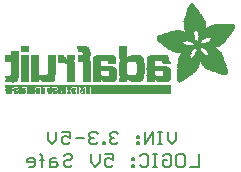
<source format=gbr>
G04 EAGLE Gerber RS-274X export*
G75*
%MOMM*%
%FSLAX34Y34*%
%LPD*%
%INSilkscreen Bottom*%
%IPPOS*%
%AMOC8*
5,1,8,0,0,1.08239X$1,22.5*%
G01*
%ADD10C,0.203200*%
%ADD11R,6.839700X0.016800*%
%ADD12R,0.268300X0.016800*%
%ADD13R,0.268200X0.016800*%
%ADD14R,0.251500X0.016800*%
%ADD15R,0.301800X0.016800*%
%ADD16R,0.251400X0.016800*%
%ADD17R,0.285000X0.016800*%
%ADD18R,0.301700X0.016800*%
%ADD19R,0.419100X0.016800*%
%ADD20R,0.318500X0.016800*%
%ADD21R,0.586700X0.016800*%
%ADD22R,0.586800X0.016800*%
%ADD23R,6.839700X0.016700*%
%ADD24R,0.268300X0.016700*%
%ADD25R,0.251400X0.016700*%
%ADD26R,0.251500X0.016700*%
%ADD27R,0.301800X0.016700*%
%ADD28R,0.285000X0.016700*%
%ADD29R,0.301700X0.016700*%
%ADD30R,0.419100X0.016700*%
%ADD31R,0.318500X0.016700*%
%ADD32R,0.586700X0.016700*%
%ADD33R,0.586800X0.016700*%
%ADD34R,0.318600X0.016800*%
%ADD35R,0.569900X0.016800*%
%ADD36R,0.335300X0.016800*%
%ADD37R,0.234700X0.016800*%
%ADD38R,0.234700X0.016700*%
%ADD39R,0.016700X0.016700*%
%ADD40R,0.318600X0.016700*%
%ADD41R,0.569900X0.016700*%
%ADD42R,0.335300X0.016700*%
%ADD43R,0.217900X0.016800*%
%ADD44R,0.033500X0.016800*%
%ADD45R,0.570000X0.016800*%
%ADD46R,0.201100X0.016700*%
%ADD47R,0.050300X0.016700*%
%ADD48R,0.670500X0.016700*%
%ADD49R,1.005800X0.016700*%
%ADD50R,0.570000X0.016700*%
%ADD51R,0.201100X0.016800*%
%ADD52R,0.067000X0.016800*%
%ADD53R,0.670500X0.016800*%
%ADD54R,1.005800X0.016800*%
%ADD55R,0.184400X0.016800*%
%ADD56R,0.989000X0.016800*%
%ADD57R,0.184400X0.016700*%
%ADD58R,0.067000X0.016700*%
%ADD59R,0.989000X0.016700*%
%ADD60R,0.167600X0.016800*%
%ADD61R,0.083800X0.016800*%
%ADD62R,0.637000X0.016800*%
%ADD63R,0.955500X0.016800*%
%ADD64R,0.150800X0.016800*%
%ADD65R,0.100600X0.016800*%
%ADD66R,0.536400X0.016800*%
%ADD67R,0.854900X0.016800*%
%ADD68R,0.150800X0.016700*%
%ADD69R,0.100600X0.016700*%
%ADD70R,0.352000X0.016700*%
%ADD71R,0.435900X0.016700*%
%ADD72R,0.402400X0.016700*%
%ADD73R,0.368800X0.016700*%
%ADD74R,0.134100X0.016800*%
%ADD75R,0.117300X0.016800*%
%ADD76R,0.435900X0.016800*%
%ADD77R,0.368900X0.016800*%
%ADD78R,0.603500X0.016800*%
%ADD79R,0.134100X0.016700*%
%ADD80R,0.117300X0.016700*%
%ADD81R,0.452600X0.016700*%
%ADD82R,0.620300X0.016700*%
%ADD83R,0.284900X0.016800*%
%ADD84R,0.486200X0.016800*%
%ADD85R,0.653800X0.016800*%
%ADD86R,0.804700X0.016800*%
%ADD87R,0.150900X0.016700*%
%ADD88R,0.268200X0.016700*%
%ADD89R,0.737600X0.016700*%
%ADD90R,0.603500X0.016700*%
%ADD91R,0.922000X0.016700*%
%ADD92R,0.150900X0.016800*%
%ADD93R,0.821400X0.016800*%
%ADD94R,0.972300X0.016800*%
%ADD95R,0.989100X0.016800*%
%ADD96R,0.083800X0.016700*%
%ADD97R,0.167600X0.016700*%
%ADD98R,0.821400X0.016700*%
%ADD99R,0.989100X0.016700*%
%ADD100R,0.201200X0.016700*%
%ADD101R,0.050300X0.016800*%
%ADD102R,0.201200X0.016800*%
%ADD103R,0.217900X0.016700*%
%ADD104R,0.284900X0.016700*%
%ADD105R,0.352100X0.016800*%
%ADD106R,0.620300X0.016800*%
%ADD107R,0.385600X0.016800*%
%ADD108R,0.335200X0.016800*%
%ADD109R,0.385600X0.016700*%
%ADD110R,0.687400X0.016700*%
%ADD111R,13.998000X0.016800*%
%ADD112R,13.998000X0.016700*%
%ADD113R,0.637000X0.016700*%
%ADD114R,0.486100X0.016700*%
%ADD115R,0.637100X0.016700*%
%ADD116R,0.519700X0.016700*%
%ADD117R,0.536500X0.016700*%
%ADD118R,0.787900X0.016800*%
%ADD119R,0.687400X0.016800*%
%ADD120R,0.771200X0.016800*%
%ADD121R,0.637100X0.016800*%
%ADD122R,0.720800X0.016800*%
%ADD123R,0.704100X0.016800*%
%ADD124R,0.754400X0.016800*%
%ADD125R,0.838200X0.016700*%
%ADD126R,0.871800X0.016700*%
%ADD127R,0.871700X0.016700*%
%ADD128R,0.402400X0.016800*%
%ADD129R,0.922100X0.016800*%
%ADD130R,0.938800X0.016800*%
%ADD131R,0.938800X0.016700*%
%ADD132R,1.022600X0.016700*%
%ADD133R,0.972400X0.016700*%
%ADD134R,0.972300X0.016700*%
%ADD135R,0.469400X0.016800*%
%ADD136R,1.072900X0.016800*%
%ADD137R,1.022600X0.016800*%
%ADD138R,1.005900X0.016800*%
%ADD139R,0.502900X0.016800*%
%ADD140R,1.123200X0.016800*%
%ADD141R,1.056200X0.016800*%
%ADD142R,1.123100X0.016800*%
%ADD143R,1.139900X0.016700*%
%ADD144R,1.089600X0.016700*%
%ADD145R,0.553200X0.016800*%
%ADD146R,1.190200X0.016800*%
%ADD147R,1.190300X0.016800*%
%ADD148R,1.039400X0.016800*%
%ADD149R,1.223700X0.016800*%
%ADD150R,1.173500X0.016800*%
%ADD151R,1.223800X0.016800*%
%ADD152R,1.240500X0.016700*%
%ADD153R,1.173500X0.016700*%
%ADD154R,1.240600X0.016700*%
%ADD155R,1.190300X0.016700*%
%ADD156R,1.056200X0.016700*%
%ADD157R,1.274100X0.016800*%
%ADD158R,1.274000X0.016800*%
%ADD159R,1.307600X0.016800*%
%ADD160R,1.257300X0.016800*%
%ADD161R,1.324400X0.016800*%
%ADD162R,0.687300X0.016700*%
%ADD163R,1.324400X0.016700*%
%ADD164R,1.307500X0.016700*%
%ADD165R,1.274100X0.016700*%
%ADD166R,1.072900X0.016700*%
%ADD167R,2.011600X0.016800*%
%ADD168R,1.324300X0.016800*%
%ADD169R,1.978100X0.016800*%
%ADD170R,2.011600X0.016700*%
%ADD171R,1.357900X0.016700*%
%ADD172R,1.994900X0.016700*%
%ADD173R,1.341200X0.016700*%
%ADD174R,1.089700X0.016700*%
%ADD175R,0.754300X0.016800*%
%ADD176R,1.994900X0.016800*%
%ADD177R,1.995000X0.016800*%
%ADD178R,1.089700X0.016800*%
%ADD179R,0.787900X0.016700*%
%ADD180R,1.995000X0.016700*%
%ADD181R,2.028400X0.016800*%
%ADD182R,2.011700X0.016800*%
%ADD183R,1.106500X0.016800*%
%ADD184R,2.028400X0.016700*%
%ADD185R,2.011700X0.016700*%
%ADD186R,1.106500X0.016700*%
%ADD187R,0.888400X0.016800*%
%ADD188R,0.922000X0.016800*%
%ADD189R,0.938700X0.016700*%
%ADD190R,2.045200X0.016800*%
%ADD191R,0.938700X0.016800*%
%ADD192R,0.670600X0.016700*%
%ADD193R,0.888500X0.016700*%
%ADD194R,2.045200X0.016700*%
%ADD195R,0.888400X0.016700*%
%ADD196R,0.804600X0.016800*%
%ADD197R,2.028500X0.016800*%
%ADD198R,1.056100X0.016700*%
%ADD199R,0.771100X0.016700*%
%ADD200R,0.754300X0.016700*%
%ADD201R,2.028500X0.016700*%
%ADD202R,0.737700X0.016700*%
%ADD203R,1.072800X0.016800*%
%ADD204R,0.871700X0.016800*%
%ADD205R,0.737600X0.016800*%
%ADD206R,0.871800X0.016800*%
%ADD207R,1.089600X0.016800*%
%ADD208R,0.704000X0.016800*%
%ADD209R,0.687300X0.016800*%
%ADD210R,0.670600X0.016800*%
%ADD211R,1.123100X0.016700*%
%ADD212R,0.720800X0.016700*%
%ADD213R,0.653700X0.016700*%
%ADD214R,0.653800X0.016700*%
%ADD215R,1.139900X0.016800*%
%ADD216R,1.173400X0.016800*%
%ADD217R,1.190200X0.016700*%
%ADD218R,1.207000X0.016800*%
%ADD219R,1.240500X0.016800*%
%ADD220R,0.469400X0.016700*%
%ADD221R,1.274000X0.016700*%
%ADD222R,0.519600X0.016800*%
%ADD223R,1.341100X0.016800*%
%ADD224R,0.771200X0.016700*%
%ADD225R,1.374600X0.016700*%
%ADD226R,0.838200X0.016800*%
%ADD227R,1.391400X0.016800*%
%ADD228R,1.424900X0.016800*%
%ADD229R,1.441700X0.016700*%
%ADD230R,1.475200X0.016800*%
%ADD231R,1.491900X0.016700*%
%ADD232R,1.525500X0.016800*%
%ADD233R,1.559000X0.016700*%
%ADD234R,1.575800X0.016800*%
%ADD235R,1.307600X0.016700*%
%ADD236R,1.592500X0.016700*%
%ADD237R,1.374700X0.016800*%
%ADD238R,1.609300X0.016800*%
%ADD239R,1.408200X0.016800*%
%ADD240R,1.626100X0.016800*%
%ADD241R,1.626100X0.016700*%
%ADD242R,1.508800X0.016800*%
%ADD243R,1.659600X0.016800*%
%ADD244R,1.559000X0.016800*%
%ADD245R,1.676400X0.016800*%
%ADD246R,1.575800X0.016700*%
%ADD247R,1.676400X0.016700*%
%ADD248R,1.978100X0.016700*%
%ADD249R,1.693100X0.016800*%
%ADD250R,1.642800X0.016800*%
%ADD251R,1.709900X0.016800*%
%ADD252R,1.961300X0.016800*%
%ADD253R,1.726600X0.016700*%
%ADD254R,1.961300X0.016700*%
%ADD255R,1.693200X0.016800*%
%ADD256R,1.726600X0.016800*%
%ADD257R,1.944600X0.016800*%
%ADD258R,1.726700X0.016700*%
%ADD259R,1.743400X0.016700*%
%ADD260R,1.944600X0.016700*%
%ADD261R,1.726700X0.016800*%
%ADD262R,1.760200X0.016800*%
%ADD263R,1.927800X0.016800*%
%ADD264R,1.911000X0.016800*%
%ADD265R,1.793700X0.016700*%
%ADD266R,1.776900X0.016700*%
%ADD267R,1.911100X0.016700*%
%ADD268R,1.894300X0.016700*%
%ADD269R,1.793800X0.016800*%
%ADD270R,1.776900X0.016800*%
%ADD271R,1.911100X0.016800*%
%ADD272R,1.894300X0.016800*%
%ADD273R,1.827300X0.016800*%
%ADD274R,1.810500X0.016800*%
%ADD275R,1.877500X0.016800*%
%ADD276R,1.844100X0.016700*%
%ADD277R,1.810500X0.016700*%
%ADD278R,1.860800X0.016700*%
%ADD279R,1.844000X0.016700*%
%ADD280R,1.860900X0.016800*%
%ADD281R,1.844000X0.016800*%
%ADD282R,1.827200X0.016800*%
%ADD283R,1.860800X0.016800*%
%ADD284R,1.793700X0.016800*%
%ADD285R,1.877600X0.016700*%
%ADD286R,1.827200X0.016700*%
%ADD287R,1.927800X0.016700*%
%ADD288R,1.927900X0.016800*%
%ADD289R,1.944700X0.016700*%
%ADD290R,1.877500X0.016700*%
%ADD291R,1.961400X0.016800*%
%ADD292R,1.961400X0.016700*%
%ADD293R,1.978200X0.016800*%
%ADD294R,1.911000X0.016700*%
%ADD295R,0.620200X0.016800*%
%ADD296R,1.425000X0.016800*%
%ADD297R,0.620200X0.016700*%
%ADD298R,1.425000X0.016700*%
%ADD299R,0.653700X0.016800*%
%ADD300R,0.704100X0.016700*%
%ADD301R,0.804700X0.016700*%
%ADD302R,0.905200X0.016800*%
%ADD303R,1.894400X0.016800*%
%ADD304R,1.927900X0.016700*%
%ADD305R,1.877600X0.016800*%
%ADD306R,3.889300X0.016800*%
%ADD307R,3.872500X0.016700*%
%ADD308R,3.872500X0.016800*%
%ADD309R,3.855700X0.016700*%
%ADD310R,0.754400X0.016700*%
%ADD311R,3.855700X0.016800*%
%ADD312R,3.839000X0.016800*%
%ADD313R,0.720900X0.016800*%
%ADD314R,3.822200X0.016700*%
%ADD315R,2.715700X0.016800*%
%ADD316R,2.632000X0.016800*%
%ADD317R,1.290800X0.016800*%
%ADD318R,2.615200X0.016700*%
%ADD319R,1.257300X0.016700*%
%ADD320R,2.581700X0.016800*%
%ADD321R,1.240600X0.016800*%
%ADD322R,2.564900X0.016800*%
%ADD323R,1.760300X0.016800*%
%ADD324R,2.531400X0.016700*%
%ADD325R,1.156700X0.016700*%
%ADD326R,2.514600X0.016800*%
%ADD327R,0.955600X0.016800*%
%ADD328R,2.497800X0.016800*%
%ADD329R,1.659700X0.016800*%
%ADD330R,2.464300X0.016700*%
%ADD331R,1.039300X0.016700*%
%ADD332R,2.447500X0.016800*%
%ADD333R,1.592500X0.016800*%
%ADD334R,0.536500X0.016800*%
%ADD335R,2.430800X0.016700*%
%ADD336R,1.559100X0.016700*%
%ADD337R,1.542300X0.016700*%
%ADD338R,0.502900X0.016700*%
%ADD339R,2.414000X0.016800*%
%ADD340R,0.905300X0.016800*%
%ADD341R,1.508700X0.016800*%
%ADD342R,0.888500X0.016800*%
%ADD343R,2.397300X0.016800*%
%ADD344R,1.441700X0.016800*%
%ADD345R,0.452700X0.016800*%
%ADD346R,1.290900X0.016700*%
%ADD347R,1.156700X0.016800*%
%ADD348R,0.855000X0.016800*%
%ADD349R,1.123200X0.016700*%
%ADD350R,0.720900X0.016700*%
%ADD351R,1.106400X0.016800*%
%ADD352R,1.106400X0.016700*%
%ADD353R,0.771100X0.016800*%
%ADD354R,0.435800X0.016700*%
%ADD355R,1.592600X0.016700*%
%ADD356R,0.435800X0.016800*%
%ADD357R,1.642900X0.016800*%
%ADD358R,0.402300X0.016800*%
%ADD359R,1.793800X0.016700*%
%ADD360R,0.368800X0.016800*%
%ADD361R,1.056100X0.016800*%
%ADD362R,1.039400X0.016700*%
%ADD363R,2.078800X0.016800*%
%ADD364R,0.335200X0.016700*%
%ADD365R,2.145800X0.016700*%
%ADD366R,2.162600X0.016800*%
%ADD367R,0.352000X0.016800*%
%ADD368R,2.212800X0.016800*%
%ADD369R,2.279900X0.016700*%
%ADD370R,2.330200X0.016800*%
%ADD371R,2.799500X0.016800*%
%ADD372R,2.816300X0.016700*%
%ADD373R,0.955500X0.016700*%
%ADD374R,2.849900X0.016800*%
%ADD375R,2.916900X0.016800*%
%ADD376R,4.224500X0.016700*%
%ADD377R,4.291600X0.016800*%
%ADD378R,4.409000X0.016800*%
%ADD379R,4.509500X0.016700*%
%ADD380R,4.526300X0.016800*%
%ADD381R,4.626800X0.016700*%
%ADD382R,4.693900X0.016800*%
%ADD383R,4.727400X0.016800*%
%ADD384R,2.548200X0.016700*%
%ADD385R,2.179300X0.016700*%
%ADD386R,2.430800X0.016800*%
%ADD387R,2.414000X0.016700*%
%ADD388R,2.414100X0.016800*%
%ADD389R,2.430700X0.016700*%
%ADD390R,2.447600X0.016700*%
%ADD391R,1.559100X0.016800*%
%ADD392R,1.525500X0.016700*%
%ADD393R,1.492000X0.016800*%
%ADD394R,1.491900X0.016800*%
%ADD395R,1.458500X0.016700*%
%ADD396R,2.061900X0.016800*%
%ADD397R,1.408100X0.016700*%
%ADD398R,0.905200X0.016700*%
%ADD399R,2.112300X0.016700*%
%ADD400R,2.179300X0.016800*%
%ADD401R,1.408200X0.016700*%
%ADD402R,2.212900X0.016700*%
%ADD403R,1.140000X0.016800*%
%ADD404R,3.319300X0.016800*%
%ADD405R,1.374700X0.016700*%
%ADD406R,0.402300X0.016700*%
%ADD407R,3.302500X0.016700*%
%ADD408R,3.285700X0.016800*%
%ADD409R,1.357900X0.016800*%
%ADD410R,3.269000X0.016800*%
%ADD411R,3.285800X0.016700*%
%ADD412R,3.268900X0.016800*%
%ADD413R,0.452700X0.016700*%
%ADD414R,3.268900X0.016700*%
%ADD415R,1.391400X0.016700*%
%ADD416R,3.269000X0.016700*%
%ADD417R,1.374600X0.016800*%
%ADD418R,0.519700X0.016800*%
%ADD419R,3.252200X0.016800*%
%ADD420R,3.235400X0.016800*%
%ADD421R,3.235400X0.016700*%
%ADD422R,3.218600X0.016800*%
%ADD423R,3.201900X0.016800*%
%ADD424R,3.201900X0.016700*%
%ADD425R,1.458500X0.016800*%
%ADD426R,1.525600X0.016800*%
%ADD427R,3.185100X0.016800*%
%ADD428R,2.531300X0.016700*%
%ADD429R,3.168400X0.016700*%
%ADD430R,2.531300X0.016800*%
%ADD431R,3.151600X0.016800*%
%ADD432R,2.548100X0.016800*%
%ADD433R,3.134900X0.016800*%
%ADD434R,2.564900X0.016700*%
%ADD435R,3.118100X0.016700*%
%ADD436R,2.581600X0.016800*%
%ADD437R,3.101400X0.016800*%
%ADD438R,2.598400X0.016700*%
%ADD439R,3.067900X0.016700*%
%ADD440R,2.598400X0.016800*%
%ADD441R,3.034300X0.016800*%
%ADD442R,2.615100X0.016800*%
%ADD443R,3.000800X0.016800*%
%ADD444R,2.631900X0.016700*%
%ADD445R,2.950500X0.016700*%
%ADD446R,2.648700X0.016800*%
%ADD447R,2.900200X0.016800*%
%ADD448R,2.665500X0.016800*%
%ADD449R,2.682200X0.016700*%
%ADD450R,2.799600X0.016700*%
%ADD451R,2.699000X0.016800*%
%ADD452R,2.732500X0.016800*%
%ADD453R,2.749300X0.016700*%
%ADD454R,2.632000X0.016700*%
%ADD455R,2.749300X0.016800*%
%ADD456R,2.766100X0.016700*%
%ADD457R,2.766100X0.016800*%
%ADD458R,2.481100X0.016800*%
%ADD459R,2.782900X0.016800*%
%ADD460R,2.380500X0.016700*%
%ADD461R,2.833100X0.016800*%
%ADD462R,1.592600X0.016800*%
%ADD463R,2.849900X0.016700*%
%ADD464R,2.883400X0.016800*%
%ADD465R,2.917000X0.016700*%
%ADD466R,2.933700X0.016800*%
%ADD467R,2.967200X0.016800*%
%ADD468R,2.967200X0.016700*%
%ADD469R,3.017500X0.016700*%
%ADD470R,3.051000X0.016800*%
%ADD471R,0.788000X0.016800*%
%ADD472R,3.084600X0.016800*%
%ADD473R,2.397300X0.016700*%
%ADD474R,2.397200X0.016800*%
%ADD475R,1.760200X0.016700*%
%ADD476R,2.397200X0.016700*%
%ADD477R,1.827300X0.016700*%
%ADD478R,2.380500X0.016800*%
%ADD479R,2.363700X0.016800*%
%ADD480R,2.363700X0.016700*%
%ADD481R,2.346900X0.016800*%
%ADD482R,2.296600X0.016700*%
%ADD483R,2.279900X0.016800*%
%ADD484R,2.246300X0.016800*%
%ADD485R,2.229600X0.016700*%
%ADD486R,2.129100X0.016800*%
%ADD487R,2.112300X0.016800*%
%ADD488R,1.609300X0.016700*%
%ADD489R,1.743400X0.016800*%
%ADD490R,1.693100X0.016700*%
%ADD491R,1.659700X0.016700*%
%ADD492R,1.575900X0.016800*%
%ADD493R,1.575900X0.016700*%
%ADD494R,1.475200X0.016700*%
%ADD495R,1.324300X0.016700*%
%ADD496R,1.290800X0.016700*%
%ADD497R,1.207000X0.016700*%
%ADD498R,0.854900X0.016700*%
%ADD499R,0.821500X0.016700*%
%ADD500R,0.821500X0.016800*%
%ADD501R,0.218000X0.016800*%


D10*
X196386Y88563D02*
X196386Y81445D01*
X192827Y77886D01*
X189268Y81445D01*
X189268Y88563D01*
X184692Y77886D02*
X181133Y77886D01*
X182912Y77886D02*
X182912Y88563D01*
X181133Y88563D02*
X184692Y88563D01*
X176896Y88563D02*
X176896Y77886D01*
X169778Y77886D02*
X176896Y88563D01*
X169778Y88563D02*
X169778Y77886D01*
X165202Y85004D02*
X163423Y85004D01*
X163423Y83225D01*
X165202Y83225D01*
X165202Y85004D01*
X165202Y79666D02*
X163423Y79666D01*
X163423Y77886D01*
X165202Y77886D01*
X165202Y79666D01*
X147661Y86784D02*
X145882Y88563D01*
X142323Y88563D01*
X140543Y86784D01*
X140543Y85004D01*
X142323Y83225D01*
X144102Y83225D01*
X142323Y83225D02*
X140543Y81445D01*
X140543Y79666D01*
X142323Y77886D01*
X145882Y77886D01*
X147661Y79666D01*
X135967Y79666D02*
X135967Y77886D01*
X135967Y79666D02*
X134188Y79666D01*
X134188Y77886D01*
X135967Y77886D01*
X130120Y86784D02*
X128341Y88563D01*
X124782Y88563D01*
X123002Y86784D01*
X123002Y85004D01*
X124782Y83225D01*
X126561Y83225D01*
X124782Y83225D02*
X123002Y81445D01*
X123002Y79666D01*
X124782Y77886D01*
X128341Y77886D01*
X130120Y79666D01*
X118426Y83225D02*
X111308Y83225D01*
X106732Y88563D02*
X99614Y88563D01*
X106732Y88563D02*
X106732Y83225D01*
X103173Y85004D01*
X101394Y85004D01*
X99614Y83225D01*
X99614Y79666D01*
X101394Y77886D01*
X104953Y77886D01*
X106732Y79666D01*
X95038Y81445D02*
X95038Y88563D01*
X95038Y81445D02*
X91479Y77886D01*
X87920Y81445D01*
X87920Y88563D01*
X215497Y69463D02*
X215497Y58786D01*
X208379Y58786D01*
X202023Y69463D02*
X198464Y69463D01*
X202023Y69463D02*
X203803Y67684D01*
X203803Y60566D01*
X202023Y58786D01*
X198464Y58786D01*
X196685Y60566D01*
X196685Y67684D01*
X198464Y69463D01*
X186770Y69463D02*
X184991Y67684D01*
X186770Y69463D02*
X190329Y69463D01*
X192109Y67684D01*
X192109Y60566D01*
X190329Y58786D01*
X186770Y58786D01*
X184991Y60566D01*
X184991Y64125D01*
X188550Y64125D01*
X180415Y58786D02*
X176856Y58786D01*
X178636Y58786D02*
X178636Y69463D01*
X180415Y69463D02*
X176856Y69463D01*
X167280Y69463D02*
X165501Y67684D01*
X167280Y69463D02*
X170840Y69463D01*
X172619Y67684D01*
X172619Y60566D01*
X170840Y58786D01*
X167280Y58786D01*
X165501Y60566D01*
X160925Y65904D02*
X159146Y65904D01*
X159146Y64125D01*
X160925Y64125D01*
X160925Y65904D01*
X160925Y60566D02*
X159146Y60566D01*
X159146Y58786D01*
X160925Y58786D01*
X160925Y60566D01*
X143384Y69463D02*
X136266Y69463D01*
X143384Y69463D02*
X143384Y64125D01*
X139825Y65904D01*
X138046Y65904D01*
X136266Y64125D01*
X136266Y60566D01*
X138046Y58786D01*
X141605Y58786D01*
X143384Y60566D01*
X131690Y62345D02*
X131690Y69463D01*
X131690Y62345D02*
X128131Y58786D01*
X124572Y62345D01*
X124572Y69463D01*
X102964Y69463D02*
X101184Y67684D01*
X102964Y69463D02*
X106523Y69463D01*
X108302Y67684D01*
X108302Y65904D01*
X106523Y64125D01*
X102964Y64125D01*
X101184Y62345D01*
X101184Y60566D01*
X102964Y58786D01*
X106523Y58786D01*
X108302Y60566D01*
X94829Y65904D02*
X91270Y65904D01*
X89490Y64125D01*
X89490Y58786D01*
X94829Y58786D01*
X96608Y60566D01*
X94829Y62345D01*
X89490Y62345D01*
X83135Y58786D02*
X83135Y67684D01*
X81355Y69463D01*
X81355Y64125D02*
X84914Y64125D01*
X75339Y58786D02*
X71780Y58786D01*
X75339Y58786D02*
X77118Y60566D01*
X77118Y64125D01*
X75339Y65904D01*
X71780Y65904D01*
X70000Y64125D01*
X70000Y62345D01*
X77118Y62345D01*
D11*
X158022Y120120D03*
D12*
X121476Y120120D03*
D13*
X117955Y120120D03*
D14*
X113513Y120120D03*
D12*
X109909Y120120D03*
D15*
X105885Y120120D03*
D16*
X101778Y120120D03*
D17*
X97922Y120120D03*
D18*
X93983Y120120D03*
D19*
X89373Y120120D03*
X84176Y120120D03*
D20*
X79482Y120120D03*
D17*
X75458Y120120D03*
X71603Y120120D03*
D21*
X66071Y120120D03*
D18*
X60623Y120120D03*
D22*
X55174Y120120D03*
D23*
X158022Y120288D03*
D24*
X121476Y120288D03*
D25*
X118039Y120288D03*
D26*
X113513Y120288D03*
D27*
X109741Y120288D03*
D28*
X105801Y120288D03*
D29*
X101862Y120288D03*
D28*
X97922Y120288D03*
D29*
X93983Y120288D03*
D30*
X89373Y120288D03*
X84176Y120288D03*
D31*
X79482Y120288D03*
D28*
X75458Y120288D03*
X71603Y120288D03*
D32*
X66071Y120288D03*
D31*
X60707Y120288D03*
D33*
X55174Y120288D03*
D11*
X158022Y120455D03*
D12*
X121476Y120455D03*
D16*
X118039Y120455D03*
D14*
X113513Y120455D03*
D34*
X109657Y120455D03*
D12*
X105718Y120455D03*
D20*
X101778Y120455D03*
D17*
X97922Y120455D03*
D20*
X94067Y120455D03*
D19*
X89373Y120455D03*
X84176Y120455D03*
D20*
X79482Y120455D03*
D17*
X75458Y120455D03*
X71603Y120455D03*
D35*
X66155Y120455D03*
D36*
X60623Y120455D03*
D22*
X55174Y120455D03*
D11*
X158022Y120623D03*
D12*
X121476Y120623D03*
D37*
X118123Y120623D03*
D14*
X113513Y120623D03*
D34*
X109657Y120623D03*
D12*
X105718Y120623D03*
D20*
X101778Y120623D03*
D16*
X97922Y120623D03*
D20*
X94067Y120623D03*
D19*
X89373Y120623D03*
X84176Y120623D03*
D20*
X79482Y120623D03*
D17*
X75458Y120623D03*
X71603Y120623D03*
D35*
X66155Y120623D03*
D36*
X60623Y120623D03*
D22*
X55174Y120623D03*
D23*
X158022Y120791D03*
D24*
X121476Y120791D03*
D38*
X118123Y120791D03*
D39*
X115860Y120791D03*
D26*
X113513Y120791D03*
D40*
X109657Y120791D03*
D24*
X105718Y120791D03*
D31*
X101778Y120791D03*
D25*
X97922Y120791D03*
D31*
X94067Y120791D03*
D30*
X89373Y120791D03*
X84176Y120791D03*
D31*
X79482Y120791D03*
D28*
X75458Y120791D03*
X71603Y120791D03*
D41*
X66155Y120791D03*
D42*
X60623Y120791D03*
D33*
X55174Y120791D03*
D11*
X158022Y120958D03*
D12*
X121476Y120958D03*
D43*
X118207Y120958D03*
D44*
X115944Y120958D03*
D14*
X113513Y120958D03*
D34*
X109657Y120958D03*
D12*
X105718Y120958D03*
D20*
X101778Y120958D03*
D16*
X97922Y120958D03*
D20*
X94067Y120958D03*
D19*
X89373Y120958D03*
X84176Y120958D03*
D18*
X79566Y120958D03*
D17*
X75458Y120958D03*
X71603Y120958D03*
D35*
X66155Y120958D03*
D36*
X60623Y120958D03*
D45*
X55090Y120958D03*
D11*
X158022Y121126D03*
D12*
X121476Y121126D03*
D43*
X118207Y121126D03*
D44*
X115944Y121126D03*
D14*
X113513Y121126D03*
D34*
X109657Y121126D03*
D12*
X105718Y121126D03*
D20*
X101778Y121126D03*
D16*
X97922Y121126D03*
D20*
X94067Y121126D03*
D19*
X89373Y121126D03*
X84176Y121126D03*
D18*
X79566Y121126D03*
D17*
X75458Y121126D03*
X71603Y121126D03*
D35*
X66155Y121126D03*
D36*
X60623Y121126D03*
D45*
X55090Y121126D03*
D23*
X158022Y121294D03*
D24*
X121476Y121294D03*
D46*
X118291Y121294D03*
D47*
X116028Y121294D03*
D26*
X113513Y121294D03*
D40*
X109657Y121294D03*
D24*
X105718Y121294D03*
D31*
X101778Y121294D03*
D48*
X95827Y121294D03*
D30*
X89373Y121294D03*
X84176Y121294D03*
D29*
X79566Y121294D03*
D27*
X75542Y121294D03*
D28*
X71603Y121294D03*
D49*
X63975Y121294D03*
D50*
X55090Y121294D03*
D11*
X158022Y121461D03*
D12*
X121476Y121461D03*
D51*
X118291Y121461D03*
D52*
X116111Y121461D03*
D14*
X113513Y121461D03*
D34*
X109657Y121461D03*
D14*
X105634Y121461D03*
D20*
X101778Y121461D03*
D53*
X95827Y121461D03*
D19*
X89373Y121461D03*
X84176Y121461D03*
D18*
X79566Y121461D03*
D15*
X75542Y121461D03*
D17*
X71603Y121461D03*
D54*
X63975Y121461D03*
D22*
X55174Y121461D03*
D11*
X158022Y121629D03*
D12*
X121476Y121629D03*
D55*
X118374Y121629D03*
D52*
X116111Y121629D03*
D14*
X113513Y121629D03*
D36*
X109574Y121629D03*
D14*
X105634Y121629D03*
D20*
X101778Y121629D03*
D53*
X95827Y121629D03*
D19*
X89373Y121629D03*
X84176Y121629D03*
D18*
X79566Y121629D03*
D15*
X75542Y121629D03*
D17*
X71603Y121629D03*
D56*
X64059Y121629D03*
D22*
X55174Y121629D03*
D23*
X158022Y121797D03*
D24*
X121476Y121797D03*
D57*
X118374Y121797D03*
D58*
X116111Y121797D03*
D26*
X113513Y121797D03*
D42*
X109574Y121797D03*
D26*
X105634Y121797D03*
D31*
X101778Y121797D03*
D48*
X95827Y121797D03*
D30*
X89373Y121797D03*
X84176Y121797D03*
D28*
X79649Y121797D03*
D40*
X75626Y121797D03*
D28*
X71603Y121797D03*
D59*
X64059Y121797D03*
D33*
X55174Y121797D03*
D11*
X158022Y121964D03*
D12*
X121476Y121964D03*
D60*
X118458Y121964D03*
D61*
X116195Y121964D03*
D14*
X113513Y121964D03*
D36*
X109574Y121964D03*
D14*
X105634Y121964D03*
D20*
X101778Y121964D03*
D62*
X95994Y121964D03*
D19*
X89373Y121964D03*
X84176Y121964D03*
D34*
X75626Y121964D03*
D17*
X71603Y121964D03*
D63*
X64227Y121964D03*
D22*
X55174Y121964D03*
D11*
X158022Y122132D03*
D12*
X121476Y122132D03*
D64*
X118542Y122132D03*
D65*
X116279Y122132D03*
D14*
X113513Y122132D03*
D36*
X109574Y122132D03*
D14*
X105634Y122132D03*
D20*
X101778Y122132D03*
D66*
X96497Y122132D03*
D19*
X89373Y122132D03*
X84176Y122132D03*
D36*
X75710Y122132D03*
D17*
X71603Y122132D03*
D67*
X64730Y122132D03*
D22*
X55174Y122132D03*
D23*
X158022Y122300D03*
D24*
X121476Y122300D03*
D68*
X118542Y122300D03*
D69*
X116279Y122300D03*
D26*
X113513Y122300D03*
D42*
X109574Y122300D03*
D26*
X105634Y122300D03*
D31*
X101778Y122300D03*
D70*
X97419Y122300D03*
D71*
X89457Y122300D03*
D30*
X84176Y122300D03*
D72*
X76045Y122300D03*
D28*
X71603Y122300D03*
D73*
X64143Y122300D03*
D33*
X55174Y122300D03*
D11*
X158022Y122467D03*
D12*
X121476Y122467D03*
D74*
X118626Y122467D03*
D75*
X116363Y122467D03*
D14*
X113513Y122467D03*
D36*
X109574Y122467D03*
D14*
X105634Y122467D03*
D20*
X101778Y122467D03*
D18*
X97671Y122467D03*
D76*
X89457Y122467D03*
D19*
X84176Y122467D03*
D77*
X75878Y122467D03*
D17*
X71603Y122467D03*
D20*
X64395Y122467D03*
D78*
X55258Y122467D03*
D23*
X158022Y122635D03*
D24*
X121476Y122635D03*
D79*
X118626Y122635D03*
D80*
X116363Y122635D03*
D26*
X113513Y122635D03*
D42*
X109574Y122635D03*
D26*
X105634Y122635D03*
D31*
X101778Y122635D03*
D29*
X97671Y122635D03*
D81*
X89540Y122635D03*
D30*
X84176Y122635D03*
D42*
X75710Y122635D03*
D28*
X71603Y122635D03*
D31*
X64395Y122635D03*
D82*
X55342Y122635D03*
D11*
X158022Y122802D03*
D12*
X121476Y122802D03*
D75*
X118710Y122802D03*
X116363Y122802D03*
D14*
X113513Y122802D03*
D36*
X109574Y122802D03*
D14*
X105634Y122802D03*
D20*
X101778Y122802D03*
D83*
X97755Y122802D03*
D84*
X89708Y122802D03*
D19*
X84176Y122802D03*
D13*
X79733Y122802D03*
D34*
X75626Y122802D03*
D17*
X71603Y122802D03*
D15*
X64478Y122802D03*
D85*
X55509Y122802D03*
D11*
X158022Y122970D03*
D12*
X121476Y122970D03*
D75*
X118710Y122970D03*
D74*
X116447Y122970D03*
D14*
X113513Y122970D03*
D36*
X109574Y122970D03*
D14*
X105634Y122970D03*
D20*
X101778Y122970D03*
D13*
X97838Y122970D03*
D62*
X90462Y122970D03*
D19*
X84176Y122970D03*
D18*
X79566Y122970D03*
D15*
X75542Y122970D03*
D17*
X71603Y122970D03*
D15*
X64478Y122970D03*
D86*
X56264Y122970D03*
D23*
X158022Y123138D03*
D24*
X121476Y123138D03*
D69*
X118793Y123138D03*
D87*
X116531Y123138D03*
D26*
X113513Y123138D03*
D42*
X109574Y123138D03*
D26*
X105634Y123138D03*
D31*
X101778Y123138D03*
D88*
X97838Y123138D03*
D89*
X90965Y123138D03*
D30*
X84176Y123138D03*
D29*
X79566Y123138D03*
D27*
X75542Y123138D03*
D28*
X71603Y123138D03*
D90*
X65987Y123138D03*
D91*
X56850Y123138D03*
D11*
X158022Y123305D03*
D12*
X121476Y123305D03*
D65*
X118793Y123305D03*
D92*
X116531Y123305D03*
D14*
X113513Y123305D03*
D36*
X109574Y123305D03*
D14*
X105634Y123305D03*
D20*
X101778Y123305D03*
D13*
X97838Y123305D03*
D93*
X91384Y123305D03*
D19*
X84176Y123305D03*
D20*
X79482Y123305D03*
D17*
X75458Y123305D03*
X71603Y123305D03*
D21*
X66071Y123305D03*
D94*
X57102Y123305D03*
D11*
X158022Y123473D03*
D12*
X121476Y123473D03*
D61*
X118877Y123473D03*
D60*
X116614Y123473D03*
D14*
X113513Y123473D03*
D34*
X109657Y123473D03*
D14*
X105634Y123473D03*
D20*
X101778Y123473D03*
D13*
X97838Y123473D03*
D93*
X91384Y123473D03*
D19*
X84176Y123473D03*
D20*
X79482Y123473D03*
D17*
X75458Y123473D03*
X71603Y123473D03*
D21*
X66071Y123473D03*
D95*
X57186Y123473D03*
D23*
X158022Y123641D03*
D24*
X121476Y123641D03*
D96*
X118877Y123641D03*
D97*
X116614Y123641D03*
D26*
X113513Y123641D03*
D40*
X109657Y123641D03*
D26*
X105634Y123641D03*
D31*
X101778Y123641D03*
D88*
X97838Y123641D03*
D98*
X91384Y123641D03*
D30*
X84176Y123641D03*
D31*
X79482Y123641D03*
D28*
X75458Y123641D03*
X71603Y123641D03*
D32*
X66071Y123641D03*
D99*
X57186Y123641D03*
D11*
X158022Y123808D03*
D12*
X121476Y123808D03*
D52*
X118961Y123808D03*
D55*
X116698Y123808D03*
D14*
X113513Y123808D03*
D34*
X109657Y123808D03*
D12*
X105718Y123808D03*
D20*
X101778Y123808D03*
D13*
X97838Y123808D03*
D93*
X91384Y123808D03*
D19*
X84176Y123808D03*
D20*
X79482Y123808D03*
D17*
X75458Y123808D03*
X71603Y123808D03*
D21*
X66071Y123808D03*
D95*
X57186Y123808D03*
D11*
X158022Y123976D03*
D12*
X121476Y123976D03*
D52*
X118961Y123976D03*
D55*
X116698Y123976D03*
D14*
X113513Y123976D03*
D34*
X109657Y123976D03*
D12*
X105718Y123976D03*
D20*
X101778Y123976D03*
D13*
X97838Y123976D03*
D93*
X91384Y123976D03*
D19*
X84176Y123976D03*
D20*
X79482Y123976D03*
D17*
X75458Y123976D03*
X71603Y123976D03*
D21*
X66071Y123976D03*
D95*
X57186Y123976D03*
D23*
X158022Y124144D03*
D24*
X121476Y124144D03*
D47*
X119045Y124144D03*
D100*
X116782Y124144D03*
D26*
X113513Y124144D03*
D40*
X109657Y124144D03*
D24*
X105718Y124144D03*
D31*
X101778Y124144D03*
D88*
X97838Y124144D03*
D29*
X93983Y124144D03*
D71*
X89457Y124144D03*
D30*
X84176Y124144D03*
D31*
X79482Y124144D03*
D28*
X75458Y124144D03*
X71603Y124144D03*
D32*
X66071Y124144D03*
D29*
X60623Y124144D03*
D33*
X55174Y124144D03*
D11*
X158022Y124311D03*
D12*
X121476Y124311D03*
D101*
X119045Y124311D03*
D102*
X116782Y124311D03*
D14*
X113513Y124311D03*
D34*
X109657Y124311D03*
D12*
X105718Y124311D03*
D20*
X101778Y124311D03*
D13*
X97838Y124311D03*
D83*
X94067Y124311D03*
D76*
X89457Y124311D03*
D19*
X84176Y124311D03*
D20*
X79482Y124311D03*
D17*
X75458Y124311D03*
X71603Y124311D03*
D21*
X66071Y124311D03*
D18*
X60623Y124311D03*
D22*
X55174Y124311D03*
D23*
X158022Y124479D03*
D24*
X121476Y124479D03*
D47*
X119045Y124479D03*
D103*
X116866Y124479D03*
D26*
X113513Y124479D03*
D40*
X109657Y124479D03*
D24*
X105718Y124479D03*
D31*
X101778Y124479D03*
D88*
X97838Y124479D03*
D104*
X94067Y124479D03*
D71*
X89457Y124479D03*
D30*
X84176Y124479D03*
D31*
X79482Y124479D03*
D28*
X75458Y124479D03*
X71603Y124479D03*
D32*
X66071Y124479D03*
D29*
X60623Y124479D03*
D33*
X55174Y124479D03*
D11*
X158022Y124646D03*
D12*
X121476Y124646D03*
D37*
X116950Y124646D03*
D14*
X113513Y124646D03*
D34*
X109657Y124646D03*
D12*
X105718Y124646D03*
D20*
X101778Y124646D03*
D13*
X97838Y124646D03*
D83*
X94067Y124646D03*
D76*
X89457Y124646D03*
D19*
X84176Y124646D03*
D20*
X79482Y124646D03*
D17*
X75458Y124646D03*
X71603Y124646D03*
D21*
X66071Y124646D03*
D18*
X60623Y124646D03*
D22*
X55174Y124646D03*
D11*
X158022Y124814D03*
D12*
X121476Y124814D03*
D37*
X116950Y124814D03*
D14*
X113513Y124814D03*
D15*
X109741Y124814D03*
D17*
X105801Y124814D03*
D20*
X101778Y124814D03*
D13*
X97838Y124814D03*
D83*
X94067Y124814D03*
D76*
X89457Y124814D03*
D19*
X84176Y124814D03*
D18*
X79566Y124814D03*
D17*
X75458Y124814D03*
X71603Y124814D03*
D21*
X66071Y124814D03*
D18*
X60623Y124814D03*
D22*
X55174Y124814D03*
D23*
X158022Y124982D03*
D24*
X121476Y124982D03*
D38*
X116950Y124982D03*
D26*
X113513Y124982D03*
D28*
X109825Y124982D03*
X105801Y124982D03*
D31*
X101778Y124982D03*
D88*
X97838Y124982D03*
D104*
X94067Y124982D03*
D71*
X89457Y124982D03*
D30*
X84176Y124982D03*
D29*
X79566Y124982D03*
D28*
X75458Y124982D03*
X71603Y124982D03*
D90*
X65987Y124982D03*
D29*
X60623Y124982D03*
D33*
X55174Y124982D03*
D11*
X158022Y125149D03*
D12*
X121476Y125149D03*
D16*
X117033Y125149D03*
D14*
X113513Y125149D03*
D15*
X105885Y125149D03*
D20*
X101778Y125149D03*
D13*
X97838Y125149D03*
D102*
X90630Y125149D03*
X83086Y125149D03*
D15*
X75542Y125149D03*
D17*
X71603Y125149D03*
D14*
X64227Y125149D03*
D78*
X55258Y125149D03*
D11*
X158022Y125317D03*
D12*
X121476Y125317D03*
D13*
X117117Y125317D03*
D14*
X113513Y125317D03*
D15*
X105885Y125317D03*
D20*
X101778Y125317D03*
D83*
X97755Y125317D03*
D102*
X90630Y125317D03*
X83086Y125317D03*
D34*
X75626Y125317D03*
D17*
X71603Y125317D03*
D14*
X64227Y125317D03*
D78*
X55258Y125317D03*
D23*
X158022Y125485D03*
D24*
X121476Y125485D03*
D88*
X117117Y125485D03*
D26*
X113513Y125485D03*
D31*
X105969Y125485D03*
X101778Y125485D03*
D104*
X97755Y125485D03*
D103*
X90714Y125485D03*
D100*
X83086Y125485D03*
D40*
X75626Y125485D03*
D28*
X71603Y125485D03*
D26*
X64227Y125485D03*
D82*
X55342Y125485D03*
D11*
X158022Y125652D03*
D12*
X121476Y125652D03*
D17*
X117201Y125652D03*
D14*
X113513Y125652D03*
D105*
X106137Y125652D03*
D20*
X101778Y125652D03*
D18*
X97671Y125652D03*
D37*
X90798Y125652D03*
D102*
X83086Y125652D03*
D36*
X75710Y125652D03*
D17*
X71603Y125652D03*
D13*
X64143Y125652D03*
D106*
X55342Y125652D03*
D11*
X158022Y125820D03*
D12*
X121476Y125820D03*
D17*
X117201Y125820D03*
D14*
X113513Y125820D03*
D107*
X106304Y125820D03*
D20*
X101778Y125820D03*
D108*
X97503Y125820D03*
D14*
X90882Y125820D03*
D102*
X83086Y125820D03*
D105*
X75794Y125820D03*
D17*
X71603Y125820D03*
D15*
X63975Y125820D03*
D85*
X55509Y125820D03*
D23*
X158022Y125988D03*
D24*
X121476Y125988D03*
D29*
X117285Y125988D03*
D26*
X113513Y125988D03*
D71*
X106556Y125988D03*
D31*
X101778Y125988D03*
D73*
X97335Y125988D03*
D28*
X91049Y125988D03*
D100*
X83086Y125988D03*
D109*
X75961Y125988D03*
D28*
X71603Y125988D03*
D42*
X63808Y125988D03*
D110*
X55677Y125988D03*
D111*
X122230Y126155D03*
X122230Y126323D03*
D112*
X122230Y126491D03*
D111*
X122230Y126658D03*
D112*
X122230Y126826D03*
D111*
X122230Y126993D03*
D101*
X200015Y130011D03*
D102*
X58108Y130011D03*
D100*
X199931Y130179D03*
D33*
X185598Y130179D03*
D113*
X174953Y130179D03*
D114*
X162129Y130179D03*
D82*
X151903Y130179D03*
D33*
X139832Y130179D03*
D113*
X129355Y130179D03*
D115*
X120638Y130179D03*
X107562Y130179D03*
D116*
X87697Y130179D03*
D115*
X77219Y130179D03*
D113*
X68669Y130179D03*
D117*
X57773Y130179D03*
D13*
X199931Y130346D03*
D118*
X185598Y130346D03*
D62*
X174953Y130346D03*
D119*
X162296Y130346D03*
D106*
X151903Y130346D03*
D120*
X139916Y130346D03*
D62*
X129355Y130346D03*
D121*
X120638Y130346D03*
X107562Y130346D03*
D122*
X87696Y130346D03*
D121*
X77219Y130346D03*
D62*
X68669Y130346D03*
D123*
X57438Y130346D03*
D15*
X199931Y130514D03*
D93*
X185598Y130514D03*
D62*
X174953Y130514D03*
D124*
X162296Y130514D03*
D106*
X151903Y130514D03*
D93*
X139832Y130514D03*
D62*
X129355Y130514D03*
D121*
X120638Y130514D03*
X107562Y130514D03*
D120*
X87780Y130514D03*
D121*
X77219Y130514D03*
D62*
X68669Y130514D03*
D120*
X57437Y130514D03*
D70*
X200015Y130682D03*
D91*
X185598Y130682D03*
D113*
X174953Y130682D03*
D125*
X162380Y130682D03*
D82*
X151903Y130682D03*
D91*
X139832Y130682D03*
D113*
X129355Y130682D03*
D115*
X120638Y130682D03*
X107562Y130682D03*
D126*
X87780Y130682D03*
D115*
X77219Y130682D03*
D113*
X68669Y130682D03*
D127*
X57270Y130682D03*
D128*
X199931Y130849D03*
D56*
X185598Y130849D03*
D62*
X174953Y130849D03*
D129*
X162464Y130849D03*
D106*
X151903Y130849D03*
D95*
X139833Y130849D03*
D62*
X129355Y130849D03*
D121*
X120638Y130849D03*
X107562Y130849D03*
D130*
X87780Y130849D03*
D121*
X77219Y130849D03*
D62*
X68669Y130849D03*
D94*
X57102Y130849D03*
D71*
X200099Y131017D03*
D49*
X185514Y131017D03*
D113*
X174953Y131017D03*
D131*
X162380Y131017D03*
D82*
X151903Y131017D03*
D132*
X139832Y131017D03*
D113*
X129355Y131017D03*
D115*
X120638Y131017D03*
X107562Y131017D03*
D133*
X87780Y131017D03*
D115*
X77219Y131017D03*
D113*
X68669Y131017D03*
D134*
X57102Y131017D03*
D135*
X200099Y131184D03*
D136*
X185515Y131184D03*
D62*
X174953Y131184D03*
D54*
X162380Y131184D03*
D106*
X151903Y131184D03*
D136*
X139749Y131184D03*
D62*
X129355Y131184D03*
D121*
X120638Y131184D03*
X107562Y131184D03*
D137*
X87696Y131184D03*
D121*
X77219Y131184D03*
D62*
X68669Y131184D03*
D138*
X57270Y131184D03*
D139*
X200267Y131352D03*
D140*
X185430Y131352D03*
D62*
X174953Y131352D03*
D141*
X162296Y131352D03*
D106*
X151903Y131352D03*
D142*
X139665Y131352D03*
D62*
X129355Y131352D03*
D121*
X120638Y131352D03*
X107562Y131352D03*
D141*
X87696Y131352D03*
D121*
X77219Y131352D03*
D62*
X68669Y131352D03*
D137*
X57353Y131352D03*
D117*
X200267Y131520D03*
D143*
X185347Y131520D03*
D113*
X174953Y131520D03*
D144*
X162296Y131520D03*
D82*
X151903Y131520D03*
D143*
X139749Y131520D03*
D113*
X129355Y131520D03*
D115*
X120638Y131520D03*
X107562Y131520D03*
D144*
X87696Y131520D03*
D115*
X77219Y131520D03*
D113*
X68669Y131520D03*
D132*
X57353Y131520D03*
D145*
X200350Y131687D03*
D146*
X185430Y131687D03*
D62*
X174953Y131687D03*
D140*
X162296Y131687D03*
D106*
X151903Y131687D03*
D147*
X139665Y131687D03*
D62*
X129355Y131687D03*
D121*
X120638Y131687D03*
X107562Y131687D03*
D140*
X87696Y131687D03*
D121*
X77219Y131687D03*
D62*
X68669Y131687D03*
D148*
X57437Y131687D03*
D78*
X200435Y131855D03*
D149*
X185263Y131855D03*
D62*
X174953Y131855D03*
D150*
X162213Y131855D03*
D106*
X151903Y131855D03*
D151*
X139497Y131855D03*
D62*
X129355Y131855D03*
D121*
X120638Y131855D03*
X107562Y131855D03*
D150*
X87613Y131855D03*
D121*
X77219Y131855D03*
D62*
X68669Y131855D03*
D141*
X57521Y131855D03*
D90*
X200435Y132023D03*
D152*
X185179Y132023D03*
D113*
X174953Y132023D03*
D153*
X162213Y132023D03*
D82*
X151903Y132023D03*
D154*
X139413Y132023D03*
D113*
X129355Y132023D03*
D115*
X120638Y132023D03*
X107562Y132023D03*
D155*
X87529Y132023D03*
D115*
X77219Y132023D03*
D113*
X68669Y132023D03*
D156*
X57521Y132023D03*
D62*
X200602Y132190D03*
D157*
X185179Y132190D03*
D62*
X174953Y132190D03*
D151*
X162128Y132190D03*
D106*
X151903Y132190D03*
D158*
X139413Y132190D03*
D62*
X129355Y132190D03*
D121*
X120638Y132190D03*
X107562Y132190D03*
D149*
X87529Y132190D03*
D121*
X77219Y132190D03*
D62*
X68669Y132190D03*
D136*
X57605Y132190D03*
D53*
X200770Y132358D03*
D159*
X185011Y132358D03*
D62*
X174953Y132358D03*
D160*
X162129Y132358D03*
D106*
X151903Y132358D03*
D161*
X139329Y132358D03*
D62*
X129355Y132358D03*
D121*
X120638Y132358D03*
X107562Y132358D03*
D160*
X87361Y132358D03*
D121*
X77219Y132358D03*
D62*
X68669Y132358D03*
D136*
X57605Y132358D03*
D162*
X200854Y132526D03*
D163*
X185095Y132526D03*
D113*
X174953Y132526D03*
D164*
X162045Y132526D03*
D82*
X151903Y132526D03*
D163*
X139329Y132526D03*
D113*
X129355Y132526D03*
D115*
X120638Y132526D03*
X107562Y132526D03*
D165*
X87445Y132526D03*
D115*
X77219Y132526D03*
D113*
X68669Y132526D03*
D166*
X57605Y132526D03*
D122*
X201021Y132693D03*
D167*
X181826Y132693D03*
D168*
X161961Y132693D03*
D106*
X151903Y132693D03*
D169*
X136061Y132693D03*
D121*
X120638Y132693D03*
X107562Y132693D03*
D159*
X87277Y132693D03*
D121*
X77219Y132693D03*
D62*
X68669Y132693D03*
D136*
X57605Y132693D03*
D89*
X201105Y132861D03*
D170*
X181826Y132861D03*
D171*
X161961Y132861D03*
D82*
X151903Y132861D03*
D172*
X136145Y132861D03*
D115*
X120638Y132861D03*
X107562Y132861D03*
D173*
X87277Y132861D03*
D115*
X77219Y132861D03*
D113*
X68669Y132861D03*
D174*
X57689Y132861D03*
D175*
X201189Y133028D03*
D167*
X181826Y133028D03*
D176*
X158776Y133028D03*
X136145Y133028D03*
D121*
X120638Y133028D03*
X107562Y133028D03*
D177*
X84008Y133028D03*
D62*
X68669Y133028D03*
D178*
X57689Y133028D03*
D118*
X201357Y133196D03*
D167*
X181826Y133196D03*
D176*
X158776Y133196D03*
X136145Y133196D03*
D121*
X120638Y133196D03*
X107562Y133196D03*
D177*
X84008Y133196D03*
D62*
X68669Y133196D03*
D178*
X57689Y133196D03*
D179*
X201357Y133364D03*
D170*
X181826Y133364D03*
D172*
X158776Y133364D03*
X136145Y133364D03*
D115*
X120638Y133364D03*
X107562Y133364D03*
D180*
X84008Y133364D03*
D113*
X68669Y133364D03*
D174*
X57689Y133364D03*
D93*
X201524Y133531D03*
D181*
X181910Y133531D03*
D182*
X158860Y133531D03*
D167*
X136228Y133531D03*
D121*
X120638Y133531D03*
X107562Y133531D03*
D182*
X84092Y133531D03*
D62*
X68669Y133531D03*
D178*
X57689Y133531D03*
D67*
X201692Y133699D03*
D181*
X181910Y133699D03*
X158943Y133699D03*
D167*
X136228Y133699D03*
D121*
X120638Y133699D03*
X107562Y133699D03*
D182*
X84092Y133699D03*
D62*
X68669Y133699D03*
D183*
X57773Y133699D03*
D127*
X201776Y133867D03*
D184*
X181910Y133867D03*
X158943Y133867D03*
D170*
X136228Y133867D03*
D115*
X120638Y133867D03*
X107562Y133867D03*
D185*
X84092Y133867D03*
D113*
X68669Y133867D03*
D186*
X57773Y133867D03*
D187*
X201859Y134034D03*
D181*
X181910Y134034D03*
X158943Y134034D03*
D167*
X136228Y134034D03*
D121*
X120638Y134034D03*
X107562Y134034D03*
D182*
X84092Y134034D03*
D62*
X68669Y134034D03*
D183*
X57773Y134034D03*
D188*
X202027Y134202D03*
D181*
X181910Y134202D03*
X158943Y134202D03*
X136312Y134202D03*
D121*
X120638Y134202D03*
X107562Y134202D03*
D182*
X84092Y134202D03*
D62*
X68669Y134202D03*
D183*
X57773Y134202D03*
D189*
X202111Y134370D03*
D184*
X181910Y134370D03*
X158943Y134370D03*
X136312Y134370D03*
D115*
X120638Y134370D03*
X107562Y134370D03*
D185*
X84092Y134370D03*
D113*
X68669Y134370D03*
D186*
X57773Y134370D03*
D63*
X202195Y134537D03*
D181*
X181910Y134537D03*
D190*
X159027Y134537D03*
D181*
X136312Y134537D03*
D121*
X120638Y134537D03*
X107562Y134537D03*
D182*
X84092Y134537D03*
D62*
X68669Y134537D03*
D183*
X57773Y134537D03*
D56*
X202362Y134705D03*
D123*
X188532Y134705D03*
D63*
X176546Y134705D03*
D190*
X159027Y134705D03*
D123*
X142934Y134705D03*
D191*
X130864Y134705D03*
D121*
X120638Y134705D03*
X107562Y134705D03*
D182*
X84092Y134705D03*
D62*
X68669Y134705D03*
D183*
X57773Y134705D03*
D49*
X202446Y134873D03*
D192*
X188699Y134873D03*
D193*
X176211Y134873D03*
D194*
X159027Y134873D03*
D162*
X143018Y134873D03*
D195*
X130612Y134873D03*
D115*
X120638Y134873D03*
X107562Y134873D03*
D185*
X84092Y134873D03*
D113*
X68669Y134873D03*
D186*
X57773Y134873D03*
D137*
X202530Y135040D03*
D85*
X188951Y135040D03*
D93*
X175875Y135040D03*
D190*
X159027Y135040D03*
D85*
X143185Y135040D03*
D196*
X130193Y135040D03*
D121*
X120638Y135040D03*
X107562Y135040D03*
D197*
X84176Y135040D03*
D62*
X68669Y135040D03*
D183*
X57773Y135040D03*
D198*
X202698Y135208D03*
D115*
X189035Y135208D03*
D199*
X175624Y135208D03*
D194*
X159027Y135208D03*
D113*
X143269Y135208D03*
D200*
X129942Y135208D03*
D115*
X120638Y135208D03*
X107562Y135208D03*
D201*
X84176Y135208D03*
D113*
X68669Y135208D03*
D202*
X59617Y135208D03*
D203*
X202781Y135375D03*
D121*
X189035Y135375D03*
D175*
X175540Y135375D03*
D124*
X165481Y135375D03*
D204*
X153160Y135375D03*
D62*
X143269Y135375D03*
D205*
X129858Y135375D03*
D121*
X120638Y135375D03*
X107562Y135375D03*
D124*
X90546Y135375D03*
D206*
X78392Y135375D03*
D62*
X68669Y135375D03*
D119*
X59868Y135375D03*
D207*
X202865Y135543D03*
D106*
X189119Y135543D03*
D208*
X175288Y135543D03*
D209*
X165817Y135543D03*
D118*
X152741Y135543D03*
D106*
X143353Y135543D03*
D209*
X129607Y135543D03*
D121*
X120638Y135543D03*
X107562Y135543D03*
D123*
X90798Y135543D03*
D86*
X78057Y135543D03*
D62*
X68669Y135543D03*
D210*
X59952Y135543D03*
D211*
X203033Y135711D03*
D82*
X189119Y135711D03*
D48*
X175121Y135711D03*
D192*
X165900Y135711D03*
D212*
X152405Y135711D03*
D82*
X143353Y135711D03*
D213*
X129439Y135711D03*
D115*
X120638Y135711D03*
X107562Y135711D03*
D162*
X90882Y135711D03*
D202*
X77722Y135711D03*
D113*
X68669Y135711D03*
D214*
X60036Y135711D03*
D215*
X203117Y135878D03*
D106*
X189119Y135878D03*
D62*
X174953Y135878D03*
D210*
X166068Y135878D03*
D123*
X152322Y135878D03*
D106*
X143353Y135878D03*
D62*
X129355Y135878D03*
D121*
X120638Y135878D03*
X107562Y135878D03*
D210*
X90965Y135878D03*
D123*
X77554Y135878D03*
D62*
X68669Y135878D03*
D85*
X60036Y135878D03*
D75*
X237902Y136046D03*
D216*
X203284Y136046D03*
D106*
X189119Y136046D03*
D62*
X174953Y136046D03*
D210*
X166068Y136046D03*
D85*
X152070Y136046D03*
D78*
X143437Y136046D03*
D62*
X129355Y136046D03*
D121*
X120638Y136046D03*
X107562Y136046D03*
D210*
X90965Y136046D03*
D85*
X77302Y136046D03*
D62*
X68669Y136046D03*
D85*
X60036Y136046D03*
D25*
X237734Y136214D03*
D217*
X203368Y136214D03*
D82*
X189119Y136214D03*
D113*
X174953Y136214D03*
D214*
X166152Y136214D03*
D82*
X151903Y136214D03*
D90*
X143437Y136214D03*
D113*
X129355Y136214D03*
D115*
X120638Y136214D03*
X107562Y136214D03*
D214*
X91049Y136214D03*
D115*
X77219Y136214D03*
D113*
X68669Y136214D03*
D115*
X60120Y136214D03*
D15*
X237818Y136381D03*
D218*
X203452Y136381D03*
D106*
X189119Y136381D03*
D62*
X174953Y136381D03*
D85*
X166152Y136381D03*
D106*
X151903Y136381D03*
D78*
X143437Y136381D03*
D62*
X129355Y136381D03*
D121*
X120638Y136381D03*
X107562Y136381D03*
D85*
X91049Y136381D03*
D121*
X77219Y136381D03*
D62*
X68669Y136381D03*
D121*
X60120Y136381D03*
D107*
X237566Y136549D03*
D219*
X203620Y136549D03*
D106*
X189119Y136549D03*
D62*
X174953Y136549D03*
D85*
X166152Y136549D03*
D106*
X151903Y136549D03*
D78*
X143437Y136549D03*
D62*
X129355Y136549D03*
D121*
X120638Y136549D03*
X107562Y136549D03*
D85*
X91049Y136549D03*
D121*
X77219Y136549D03*
D62*
X68669Y136549D03*
D121*
X60120Y136549D03*
D220*
X237315Y136717D03*
D221*
X203787Y136717D03*
D82*
X189119Y136717D03*
D113*
X174953Y136717D03*
D115*
X166236Y136717D03*
D82*
X151903Y136717D03*
D90*
X143437Y136717D03*
D113*
X129355Y136717D03*
D115*
X120638Y136717D03*
X107562Y136717D03*
D214*
X91049Y136717D03*
D115*
X77219Y136717D03*
D113*
X68669Y136717D03*
D115*
X60120Y136717D03*
D222*
X237231Y136884D03*
D158*
X203787Y136884D03*
D106*
X189119Y136884D03*
D62*
X174953Y136884D03*
D121*
X166236Y136884D03*
D106*
X151903Y136884D03*
D78*
X143437Y136884D03*
D62*
X129355Y136884D03*
D121*
X120638Y136884D03*
X107562Y136884D03*
D85*
X91049Y136884D03*
D121*
X77219Y136884D03*
D62*
X68669Y136884D03*
D121*
X60120Y136884D03*
D90*
X236980Y137052D03*
D164*
X203955Y137052D03*
D82*
X189119Y137052D03*
D113*
X174953Y137052D03*
X166403Y137052D03*
D82*
X151903Y137052D03*
D90*
X143437Y137052D03*
D113*
X129355Y137052D03*
D115*
X120638Y137052D03*
X107562Y137052D03*
D113*
X91133Y137052D03*
D115*
X77219Y137052D03*
D113*
X68669Y137052D03*
D115*
X60120Y137052D03*
D85*
X236728Y137219D03*
D168*
X204039Y137219D03*
D106*
X189119Y137219D03*
D62*
X174953Y137219D03*
X166403Y137219D03*
D106*
X151903Y137219D03*
D78*
X143437Y137219D03*
D62*
X129355Y137219D03*
D121*
X120638Y137219D03*
X107562Y137219D03*
D62*
X91133Y137219D03*
D121*
X77219Y137219D03*
D62*
X68669Y137219D03*
D121*
X60120Y137219D03*
D123*
X236645Y137387D03*
D223*
X204123Y137387D03*
D106*
X189119Y137387D03*
D62*
X174953Y137387D03*
X166403Y137387D03*
D106*
X151903Y137387D03*
D78*
X143437Y137387D03*
D62*
X129355Y137387D03*
D121*
X120638Y137387D03*
X107562Y137387D03*
D62*
X91133Y137387D03*
D121*
X77219Y137387D03*
D62*
X68669Y137387D03*
D121*
X60120Y137387D03*
D224*
X236309Y137555D03*
D225*
X204290Y137555D03*
D82*
X189119Y137555D03*
D113*
X174953Y137555D03*
X166403Y137555D03*
D82*
X151903Y137555D03*
D90*
X143437Y137555D03*
D113*
X129355Y137555D03*
D115*
X120638Y137555D03*
X107562Y137555D03*
D113*
X91133Y137555D03*
D115*
X77219Y137555D03*
D113*
X68669Y137555D03*
D115*
X60120Y137555D03*
D226*
X236141Y137722D03*
D227*
X204374Y137722D03*
D78*
X189035Y137722D03*
D62*
X174953Y137722D03*
X166403Y137722D03*
D106*
X151903Y137722D03*
D78*
X143437Y137722D03*
D62*
X129355Y137722D03*
D121*
X120638Y137722D03*
X107562Y137722D03*
D62*
X91133Y137722D03*
D121*
X77219Y137722D03*
D62*
X68669Y137722D03*
D121*
X60120Y137722D03*
D204*
X235974Y137890D03*
D228*
X204542Y137890D03*
D78*
X189035Y137890D03*
D62*
X174953Y137890D03*
X166403Y137890D03*
D106*
X151903Y137890D03*
D78*
X143437Y137890D03*
D62*
X129355Y137890D03*
D121*
X120638Y137890D03*
X107562Y137890D03*
D62*
X91133Y137890D03*
D121*
X77219Y137890D03*
D62*
X68669Y137890D03*
D121*
X60120Y137890D03*
D189*
X235639Y138058D03*
D229*
X204626Y138058D03*
D90*
X189035Y138058D03*
D113*
X174953Y138058D03*
X166403Y138058D03*
D82*
X151903Y138058D03*
X143353Y138058D03*
D113*
X129355Y138058D03*
D115*
X120638Y138058D03*
X107562Y138058D03*
D113*
X91133Y138058D03*
D115*
X77219Y138058D03*
D113*
X68669Y138058D03*
D115*
X60120Y138058D03*
D56*
X235387Y138225D03*
D230*
X204793Y138225D03*
D78*
X189035Y138225D03*
D62*
X174953Y138225D03*
X166403Y138225D03*
D106*
X151903Y138225D03*
X143353Y138225D03*
D62*
X129355Y138225D03*
D121*
X120638Y138225D03*
X107562Y138225D03*
D62*
X91133Y138225D03*
D121*
X77219Y138225D03*
D62*
X68669Y138225D03*
D121*
X60120Y138225D03*
D137*
X235219Y138393D03*
D230*
X204793Y138393D03*
D78*
X189035Y138393D03*
D62*
X174953Y138393D03*
X166403Y138393D03*
D106*
X151903Y138393D03*
X143353Y138393D03*
D62*
X129355Y138393D03*
D121*
X120638Y138393D03*
X107562Y138393D03*
D62*
X91133Y138393D03*
D121*
X77219Y138393D03*
D62*
X68669Y138393D03*
D121*
X60120Y138393D03*
D144*
X234884Y138561D03*
D231*
X204877Y138561D03*
D82*
X188951Y138561D03*
D113*
X174953Y138561D03*
X166403Y138561D03*
D82*
X151903Y138561D03*
D113*
X143269Y138561D03*
X129355Y138561D03*
D115*
X120638Y138561D03*
X107562Y138561D03*
D113*
X91133Y138561D03*
D115*
X77219Y138561D03*
D113*
X68669Y138561D03*
D115*
X60120Y138561D03*
D215*
X234633Y138728D03*
D232*
X205045Y138728D03*
D106*
X188951Y138728D03*
D62*
X174953Y138728D03*
X166403Y138728D03*
D106*
X151903Y138728D03*
D62*
X143269Y138728D03*
X129355Y138728D03*
D121*
X120638Y138728D03*
X107562Y138728D03*
D62*
X91133Y138728D03*
D121*
X77219Y138728D03*
D62*
X68669Y138728D03*
D121*
X60120Y138728D03*
D216*
X234465Y138896D03*
D232*
X205045Y138896D03*
D62*
X188867Y138896D03*
X174953Y138896D03*
X166403Y138896D03*
D106*
X151903Y138896D03*
D62*
X143101Y138896D03*
X129355Y138896D03*
D121*
X120638Y138896D03*
X107562Y138896D03*
D62*
X91133Y138896D03*
D121*
X77219Y138896D03*
D62*
X68669Y138896D03*
D121*
X60120Y138896D03*
D152*
X234130Y139064D03*
D233*
X205212Y139064D03*
D214*
X188783Y139064D03*
D113*
X174953Y139064D03*
X166403Y139064D03*
D82*
X151903Y139064D03*
D214*
X143017Y139064D03*
D113*
X129355Y139064D03*
D115*
X120638Y139064D03*
X107562Y139064D03*
D113*
X91133Y139064D03*
D115*
X77219Y139064D03*
D113*
X68669Y139064D03*
D115*
X60120Y139064D03*
D157*
X233795Y139231D03*
D234*
X205296Y139231D03*
D123*
X188532Y139231D03*
D62*
X174953Y139231D03*
X166403Y139231D03*
D106*
X151903Y139231D03*
D209*
X142850Y139231D03*
D62*
X129355Y139231D03*
D121*
X120638Y139231D03*
X107562Y139231D03*
D62*
X91133Y139231D03*
D121*
X77219Y139231D03*
D62*
X68669Y139231D03*
D121*
X60120Y139231D03*
D235*
X233627Y139399D03*
D236*
X205380Y139399D03*
D89*
X188364Y139399D03*
D113*
X174953Y139399D03*
X166403Y139399D03*
D82*
X151903Y139399D03*
D89*
X142598Y139399D03*
D113*
X129355Y139399D03*
D115*
X120638Y139399D03*
X107562Y139399D03*
D113*
X91133Y139399D03*
D115*
X77219Y139399D03*
D113*
X68669Y139399D03*
D115*
X60120Y139399D03*
D237*
X233292Y139566D03*
D238*
X205464Y139566D03*
D167*
X181826Y139566D03*
D62*
X166403Y139566D03*
D106*
X151903Y139566D03*
D176*
X136145Y139566D03*
D121*
X120638Y139566D03*
X107562Y139566D03*
D62*
X91133Y139566D03*
D121*
X77219Y139566D03*
D62*
X68669Y139566D03*
D121*
X60120Y139566D03*
D239*
X232956Y139734D03*
D240*
X205548Y139734D03*
D167*
X181826Y139734D03*
D62*
X166403Y139734D03*
D106*
X151903Y139734D03*
D176*
X136145Y139734D03*
D121*
X120638Y139734D03*
X107562Y139734D03*
D62*
X91133Y139734D03*
D121*
X77219Y139734D03*
D62*
X68669Y139734D03*
D121*
X60120Y139734D03*
D229*
X232789Y139902D03*
D241*
X205548Y139902D03*
D170*
X181826Y139902D03*
D113*
X166403Y139902D03*
D82*
X151903Y139902D03*
D172*
X136145Y139902D03*
D115*
X120638Y139902D03*
X107562Y139902D03*
D113*
X91133Y139902D03*
D115*
X77219Y139902D03*
D113*
X68669Y139902D03*
D115*
X60120Y139902D03*
D242*
X232453Y140069D03*
D243*
X205715Y140069D03*
D167*
X181826Y140069D03*
D62*
X166403Y140069D03*
D106*
X151903Y140069D03*
D176*
X136145Y140069D03*
D121*
X120638Y140069D03*
X107562Y140069D03*
D62*
X91133Y140069D03*
D121*
X77219Y140069D03*
D62*
X68669Y140069D03*
D121*
X60120Y140069D03*
D244*
X232202Y140237D03*
D245*
X205799Y140237D03*
D176*
X181743Y140237D03*
D62*
X166403Y140237D03*
D106*
X151903Y140237D03*
D169*
X136061Y140237D03*
D121*
X120638Y140237D03*
X107562Y140237D03*
D62*
X91133Y140237D03*
D121*
X77219Y140237D03*
D62*
X68669Y140237D03*
D121*
X60120Y140237D03*
D246*
X231950Y140405D03*
D247*
X205799Y140405D03*
D172*
X181743Y140405D03*
D113*
X166403Y140405D03*
D82*
X151903Y140405D03*
D248*
X136061Y140405D03*
D115*
X120638Y140405D03*
X107562Y140405D03*
D113*
X91133Y140405D03*
D115*
X77219Y140405D03*
D113*
X68669Y140405D03*
D115*
X60120Y140405D03*
D238*
X231783Y140572D03*
D249*
X205883Y140572D03*
D169*
X181659Y140572D03*
D62*
X166403Y140572D03*
D106*
X151903Y140572D03*
D169*
X136061Y140572D03*
D121*
X120638Y140572D03*
X107562Y140572D03*
D62*
X91133Y140572D03*
D121*
X77219Y140572D03*
D62*
X68669Y140572D03*
D121*
X60120Y140572D03*
D250*
X231615Y140740D03*
D251*
X205967Y140740D03*
D169*
X181659Y140740D03*
D62*
X166403Y140740D03*
D106*
X151903Y140740D03*
D252*
X135977Y140740D03*
D121*
X120638Y140740D03*
X107562Y140740D03*
D62*
X91133Y140740D03*
D121*
X77219Y140740D03*
D62*
X68669Y140740D03*
D121*
X60120Y140740D03*
D247*
X231447Y140908D03*
D253*
X206050Y140908D03*
D248*
X181659Y140908D03*
D113*
X166403Y140908D03*
D82*
X151903Y140908D03*
D254*
X135977Y140908D03*
D115*
X120638Y140908D03*
X107562Y140908D03*
D113*
X91133Y140908D03*
D115*
X77219Y140908D03*
D113*
X68669Y140908D03*
D115*
X60120Y140908D03*
D255*
X231196Y141075D03*
D256*
X206050Y141075D03*
D252*
X181575Y141075D03*
D62*
X166403Y141075D03*
D106*
X151903Y141075D03*
D257*
X135893Y141075D03*
D121*
X120638Y141075D03*
X107562Y141075D03*
D62*
X91133Y141075D03*
D121*
X77219Y141075D03*
D62*
X68669Y141075D03*
D121*
X60120Y141075D03*
D258*
X230861Y141243D03*
D259*
X206134Y141243D03*
D254*
X181575Y141243D03*
D113*
X166403Y141243D03*
D82*
X151903Y141243D03*
D260*
X135893Y141243D03*
D115*
X120638Y141243D03*
X107562Y141243D03*
D113*
X91133Y141243D03*
D115*
X77219Y141243D03*
D113*
X68669Y141243D03*
D115*
X60120Y141243D03*
D261*
X230861Y141410D03*
D262*
X206218Y141410D03*
D257*
X181491Y141410D03*
D62*
X166403Y141410D03*
D106*
X151903Y141410D03*
D263*
X135809Y141410D03*
D121*
X120638Y141410D03*
X107562Y141410D03*
D62*
X91133Y141410D03*
D121*
X77219Y141410D03*
D62*
X68669Y141410D03*
D121*
X60120Y141410D03*
D262*
X230693Y141578D03*
X206218Y141578D03*
D263*
X181407Y141578D03*
D62*
X166403Y141578D03*
D106*
X151903Y141578D03*
D264*
X135725Y141578D03*
D121*
X120638Y141578D03*
X107562Y141578D03*
D62*
X91133Y141578D03*
D121*
X77219Y141578D03*
D62*
X68669Y141578D03*
D121*
X60120Y141578D03*
D265*
X230526Y141746D03*
D266*
X206302Y141746D03*
D267*
X181324Y141746D03*
D113*
X166403Y141746D03*
D82*
X151903Y141746D03*
D268*
X135642Y141746D03*
D115*
X120638Y141746D03*
X107562Y141746D03*
D113*
X91133Y141746D03*
D115*
X77219Y141746D03*
D113*
X68669Y141746D03*
D115*
X60120Y141746D03*
D269*
X230358Y141913D03*
D270*
X206302Y141913D03*
D271*
X181324Y141913D03*
D62*
X166403Y141913D03*
D106*
X151903Y141913D03*
D272*
X135642Y141913D03*
D121*
X120638Y141913D03*
X107562Y141913D03*
D62*
X91133Y141913D03*
D121*
X77219Y141913D03*
D62*
X68669Y141913D03*
D121*
X60120Y141913D03*
D273*
X230191Y142081D03*
D274*
X206470Y142081D03*
D275*
X181156Y142081D03*
D62*
X166403Y142081D03*
D106*
X151903Y142081D03*
D275*
X135558Y142081D03*
D121*
X120638Y142081D03*
X107562Y142081D03*
D62*
X91133Y142081D03*
D121*
X77219Y142081D03*
D62*
X68669Y142081D03*
D121*
X60120Y142081D03*
D276*
X230107Y142249D03*
D277*
X206470Y142249D03*
D278*
X181072Y142249D03*
D113*
X166403Y142249D03*
D82*
X151903Y142249D03*
D279*
X135390Y142249D03*
D115*
X120638Y142249D03*
X107562Y142249D03*
D113*
X91133Y142249D03*
D115*
X77219Y142249D03*
D113*
X68669Y142249D03*
D115*
X60120Y142249D03*
D280*
X230023Y142416D03*
D274*
X206470Y142416D03*
D281*
X180988Y142416D03*
D62*
X166403Y142416D03*
D106*
X151903Y142416D03*
D282*
X135306Y142416D03*
D121*
X120638Y142416D03*
X107562Y142416D03*
D62*
X91133Y142416D03*
D121*
X77219Y142416D03*
D62*
X68669Y142416D03*
D121*
X60120Y142416D03*
D283*
X229855Y142584D03*
D282*
X206553Y142584D03*
D274*
X180821Y142584D03*
D62*
X166403Y142584D03*
D106*
X151903Y142584D03*
D284*
X135139Y142584D03*
D121*
X120638Y142584D03*
X107562Y142584D03*
D62*
X91133Y142584D03*
D121*
X77219Y142584D03*
D62*
X68669Y142584D03*
D121*
X60120Y142584D03*
D285*
X229771Y142752D03*
D286*
X206553Y142752D03*
D266*
X180653Y142752D03*
D113*
X166403Y142752D03*
D82*
X151903Y142752D03*
D266*
X135055Y142752D03*
D115*
X120638Y142752D03*
X107562Y142752D03*
D113*
X91133Y142752D03*
D115*
X77219Y142752D03*
D113*
X68669Y142752D03*
D115*
X60120Y142752D03*
D272*
X229520Y142919D03*
D281*
X206637Y142919D03*
D138*
X184006Y142919D03*
D62*
X174953Y142919D03*
X166403Y142919D03*
D106*
X151903Y142919D03*
D137*
X138323Y142919D03*
D62*
X129355Y142919D03*
D121*
X120638Y142919D03*
X107562Y142919D03*
D62*
X91133Y142919D03*
D121*
X77219Y142919D03*
D62*
X68669Y142919D03*
D121*
X60120Y142919D03*
D271*
X229436Y143087D03*
D283*
X206721Y143087D03*
D86*
X184341Y143087D03*
D62*
X174953Y143087D03*
X166403Y143087D03*
D106*
X151903Y143087D03*
D196*
X138575Y143087D03*
D62*
X129355Y143087D03*
D121*
X120638Y143087D03*
X107562Y143087D03*
D62*
X91133Y143087D03*
D121*
X77219Y143087D03*
D62*
X68669Y143087D03*
D121*
X60120Y143087D03*
D287*
X229352Y143255D03*
D278*
X206721Y143255D03*
D214*
X184424Y143255D03*
D113*
X174953Y143255D03*
X166403Y143255D03*
D82*
X151903Y143255D03*
D115*
X138743Y143255D03*
D113*
X129355Y143255D03*
D115*
X120638Y143255D03*
X107562Y143255D03*
D113*
X91133Y143255D03*
D115*
X77219Y143255D03*
D113*
X68669Y143255D03*
D115*
X60120Y143255D03*
D288*
X229185Y143422D03*
D283*
X206721Y143422D03*
D62*
X174953Y143422D03*
X166403Y143422D03*
D106*
X151903Y143422D03*
D62*
X129355Y143422D03*
D121*
X120638Y143422D03*
X107562Y143422D03*
D62*
X91133Y143422D03*
D121*
X77219Y143422D03*
D62*
X68669Y143422D03*
D121*
X60120Y143422D03*
D289*
X229101Y143590D03*
D290*
X206805Y143590D03*
D113*
X174953Y143590D03*
X166403Y143590D03*
D82*
X151903Y143590D03*
D113*
X129355Y143590D03*
D115*
X120638Y143590D03*
X107562Y143590D03*
D113*
X91133Y143590D03*
D115*
X77219Y143590D03*
D113*
X68669Y143590D03*
D115*
X60120Y143590D03*
D291*
X229017Y143757D03*
D275*
X206805Y143757D03*
D62*
X174953Y143757D03*
X166403Y143757D03*
D106*
X151903Y143757D03*
D62*
X129355Y143757D03*
D121*
X120638Y143757D03*
X107562Y143757D03*
D62*
X91133Y143757D03*
D121*
X77219Y143757D03*
D62*
X68669Y143757D03*
D121*
X60120Y143757D03*
D291*
X229017Y143925D03*
D275*
X206805Y143925D03*
D62*
X174953Y143925D03*
X166403Y143925D03*
D106*
X151903Y143925D03*
D62*
X129355Y143925D03*
D121*
X120638Y143925D03*
X107562Y143925D03*
D62*
X91133Y143925D03*
D121*
X77219Y143925D03*
D62*
X68669Y143925D03*
D121*
X60120Y143925D03*
D292*
X228849Y144093D03*
D268*
X206889Y144093D03*
D113*
X174953Y144093D03*
X166403Y144093D03*
D82*
X151903Y144093D03*
D113*
X129355Y144093D03*
D115*
X120638Y144093D03*
X107562Y144093D03*
D113*
X91133Y144093D03*
D115*
X77219Y144093D03*
D113*
X68669Y144093D03*
D115*
X60120Y144093D03*
D293*
X228765Y144260D03*
D272*
X206889Y144260D03*
D62*
X174953Y144260D03*
X166403Y144260D03*
D106*
X151903Y144260D03*
D62*
X129355Y144260D03*
D121*
X120638Y144260D03*
X107562Y144260D03*
D62*
X91133Y144260D03*
D121*
X77219Y144260D03*
D62*
X68669Y144260D03*
D121*
X60120Y144260D03*
D169*
X228598Y144428D03*
D264*
X206972Y144428D03*
D62*
X174953Y144428D03*
X166403Y144428D03*
D106*
X151903Y144428D03*
D62*
X129355Y144428D03*
D121*
X120638Y144428D03*
X107562Y144428D03*
D62*
X91133Y144428D03*
D121*
X77219Y144428D03*
D62*
X68669Y144428D03*
D121*
X60120Y144428D03*
D172*
X228514Y144596D03*
D294*
X206972Y144596D03*
D113*
X174953Y144596D03*
X166403Y144596D03*
D82*
X151903Y144596D03*
D113*
X129355Y144596D03*
D115*
X120638Y144596D03*
X107562Y144596D03*
D113*
X91133Y144596D03*
D115*
X77219Y144596D03*
D113*
X68669Y144596D03*
D115*
X60120Y144596D03*
D176*
X228514Y144763D03*
D264*
X206972Y144763D03*
D62*
X174953Y144763D03*
X166403Y144763D03*
D106*
X151903Y144763D03*
D62*
X129355Y144763D03*
D121*
X120638Y144763D03*
X107562Y144763D03*
D62*
X91133Y144763D03*
D121*
X77219Y144763D03*
D62*
X68669Y144763D03*
D121*
X60120Y144763D03*
D176*
X228347Y144931D03*
D264*
X206972Y144931D03*
D62*
X174953Y144931D03*
X166403Y144931D03*
D106*
X151903Y144931D03*
D62*
X129355Y144931D03*
D121*
X120638Y144931D03*
X107562Y144931D03*
D62*
X91133Y144931D03*
D121*
X77219Y144931D03*
D62*
X68669Y144931D03*
D121*
X60120Y144931D03*
D185*
X228263Y145099D03*
D287*
X207056Y145099D03*
D113*
X174953Y145099D03*
X166403Y145099D03*
D82*
X151903Y145099D03*
D113*
X129355Y145099D03*
D115*
X120638Y145099D03*
X107562Y145099D03*
D113*
X91133Y145099D03*
D115*
X77219Y145099D03*
D113*
X68669Y145099D03*
D115*
X60120Y145099D03*
D182*
X228263Y145266D03*
D263*
X207056Y145266D03*
D62*
X174953Y145266D03*
X166403Y145266D03*
D106*
X151903Y145266D03*
D62*
X129355Y145266D03*
D121*
X120638Y145266D03*
X107562Y145266D03*
D62*
X91133Y145266D03*
D121*
X77219Y145266D03*
D62*
X68669Y145266D03*
D121*
X60120Y145266D03*
D201*
X228179Y145434D03*
D287*
X207056Y145434D03*
D113*
X174953Y145434D03*
X166403Y145434D03*
D82*
X151903Y145434D03*
D113*
X129355Y145434D03*
D115*
X120638Y145434D03*
X107562Y145434D03*
D113*
X91133Y145434D03*
D115*
X77219Y145434D03*
D113*
X68669Y145434D03*
D115*
X60120Y145434D03*
D182*
X228095Y145601D03*
D263*
X207056Y145601D03*
D78*
X188364Y145601D03*
D62*
X174953Y145601D03*
X166403Y145601D03*
D106*
X151903Y145601D03*
D78*
X142599Y145601D03*
D62*
X129355Y145601D03*
D121*
X120638Y145601D03*
D85*
X107478Y145601D03*
D62*
X91133Y145601D03*
D121*
X77219Y145601D03*
D62*
X68669Y145601D03*
D121*
X60120Y145601D03*
D181*
X228011Y145769D03*
D263*
X207056Y145769D03*
D78*
X188364Y145769D03*
D62*
X174953Y145769D03*
X166403Y145769D03*
D106*
X151903Y145769D03*
D78*
X142599Y145769D03*
D62*
X129355Y145769D03*
D121*
X120638Y145769D03*
D210*
X107394Y145769D03*
D62*
X91133Y145769D03*
D121*
X77219Y145769D03*
D62*
X68669Y145769D03*
D121*
X60120Y145769D03*
D184*
X227843Y145937D03*
D287*
X207056Y145937D03*
D90*
X188364Y145937D03*
D113*
X174953Y145937D03*
D115*
X166236Y145937D03*
D82*
X151903Y145937D03*
D90*
X142599Y145937D03*
D113*
X129355Y145937D03*
D115*
X120638Y145937D03*
D202*
X107059Y145937D03*
D113*
X91133Y145937D03*
D115*
X77219Y145937D03*
D113*
X68669Y145937D03*
D115*
X60120Y145937D03*
D181*
X227843Y146104D03*
D271*
X207140Y146104D03*
D78*
X188364Y146104D03*
D62*
X174953Y146104D03*
D121*
X166236Y146104D03*
D106*
X151903Y146104D03*
D78*
X142599Y146104D03*
D62*
X129355Y146104D03*
D121*
X120638Y146104D03*
D86*
X106724Y146104D03*
D62*
X91133Y146104D03*
D121*
X77219Y146104D03*
D62*
X68669Y146104D03*
D121*
X60120Y146104D03*
D181*
X227843Y146272D03*
D271*
X207140Y146272D03*
D78*
X188364Y146272D03*
D62*
X174953Y146272D03*
D121*
X166236Y146272D03*
D106*
X151903Y146272D03*
D78*
X142599Y146272D03*
D62*
X129355Y146272D03*
D121*
X120638Y146272D03*
D226*
X106556Y146272D03*
D62*
X91133Y146272D03*
D121*
X77219Y146272D03*
D62*
X68669Y146272D03*
D121*
X60120Y146272D03*
D201*
X227676Y146440D03*
D267*
X207140Y146440D03*
D90*
X188364Y146440D03*
D214*
X175037Y146440D03*
X166152Y146440D03*
D82*
X151903Y146440D03*
D90*
X142599Y146440D03*
D113*
X129355Y146440D03*
D115*
X120638Y146440D03*
D134*
X105886Y146440D03*
D113*
X91133Y146440D03*
D115*
X77219Y146440D03*
D113*
X68669Y146440D03*
D115*
X60120Y146440D03*
D197*
X227676Y146607D03*
D288*
X207224Y146607D03*
D295*
X188280Y146607D03*
D85*
X175037Y146607D03*
X166152Y146607D03*
D106*
X151903Y146607D03*
X142515Y146607D03*
D62*
X129355Y146607D03*
D121*
X120638Y146607D03*
D296*
X103622Y146607D03*
D62*
X91133Y146607D03*
D121*
X77219Y146607D03*
D62*
X68669Y146607D03*
D121*
X60120Y146607D03*
D197*
X227676Y146775D03*
D288*
X207224Y146775D03*
D295*
X188280Y146775D03*
D85*
X175037Y146775D03*
X166152Y146775D03*
D106*
X151903Y146775D03*
X142515Y146775D03*
D62*
X129355Y146775D03*
D121*
X120638Y146775D03*
D296*
X103622Y146775D03*
D62*
X91133Y146775D03*
D121*
X77219Y146775D03*
D62*
X68669Y146775D03*
D121*
X60120Y146775D03*
D194*
X227592Y146943D03*
D267*
X207308Y146943D03*
D297*
X188280Y146943D03*
D214*
X175037Y146943D03*
X165984Y146943D03*
D192*
X152154Y146943D03*
D82*
X142515Y146943D03*
D113*
X129355Y146943D03*
D115*
X120638Y146943D03*
D298*
X103622Y146943D03*
D113*
X91133Y146943D03*
D115*
X77219Y146943D03*
D113*
X68669Y146943D03*
D115*
X60120Y146943D03*
D190*
X227424Y147110D03*
D271*
X207308Y147110D03*
D62*
X188196Y147110D03*
D53*
X175121Y147110D03*
D210*
X165900Y147110D03*
D123*
X152322Y147110D03*
D106*
X142515Y147110D03*
D299*
X129439Y147110D03*
D121*
X120638Y147110D03*
D296*
X103622Y147110D03*
D62*
X91133Y147110D03*
D121*
X77219Y147110D03*
D62*
X68669Y147110D03*
D121*
X60120Y147110D03*
D190*
X227424Y147278D03*
D271*
X207308Y147278D03*
D106*
X188113Y147278D03*
D53*
X175121Y147278D03*
D209*
X165817Y147278D03*
D205*
X152489Y147278D03*
D78*
X142431Y147278D03*
D299*
X129439Y147278D03*
D121*
X120638Y147278D03*
D296*
X103622Y147278D03*
D62*
X91133Y147278D03*
D121*
X77219Y147278D03*
D62*
X68669Y147278D03*
D121*
X60120Y147278D03*
D184*
X227340Y147446D03*
D267*
X207308Y147446D03*
D82*
X188113Y147446D03*
D214*
X175204Y147446D03*
D300*
X165733Y147446D03*
D301*
X152825Y147446D03*
D82*
X142347Y147446D03*
D213*
X129439Y147446D03*
D115*
X120638Y147446D03*
D298*
X103622Y147446D03*
D113*
X91133Y147446D03*
D115*
X77219Y147446D03*
D113*
X68669Y147446D03*
D115*
X60120Y147446D03*
D181*
X227340Y147613D03*
D271*
X207308Y147613D03*
D85*
X187945Y147613D03*
D210*
X175288Y147613D03*
D86*
X165230Y147613D03*
D302*
X153327Y147613D03*
D62*
X142263Y147613D03*
D209*
X129607Y147613D03*
D121*
X120638Y147613D03*
D296*
X103622Y147613D03*
D62*
X91133Y147613D03*
D121*
X77219Y147613D03*
D62*
X68669Y147613D03*
D121*
X60120Y147613D03*
D194*
X227256Y147781D03*
D267*
X207308Y147781D03*
D214*
X187945Y147781D03*
D162*
X175372Y147781D03*
D194*
X159027Y147781D03*
D214*
X142179Y147781D03*
D162*
X129607Y147781D03*
D174*
X118375Y147781D03*
D298*
X103622Y147781D03*
D113*
X91133Y147781D03*
D115*
X77219Y147781D03*
D113*
X68669Y147781D03*
D186*
X57773Y147781D03*
D190*
X227256Y147948D03*
D271*
X207308Y147948D03*
D288*
X181575Y147948D03*
D190*
X159027Y147948D03*
D263*
X135809Y147948D03*
D178*
X118375Y147948D03*
D296*
X103622Y147948D03*
D62*
X91133Y147948D03*
D121*
X77219Y147948D03*
D62*
X68669Y147948D03*
D183*
X57773Y147948D03*
D197*
X227173Y148116D03*
D303*
X207391Y148116D03*
D288*
X181575Y148116D03*
D181*
X158943Y148116D03*
D263*
X135809Y148116D03*
D178*
X118375Y148116D03*
D296*
X103622Y148116D03*
D62*
X91133Y148116D03*
D121*
X77219Y148116D03*
D62*
X68669Y148116D03*
D183*
X57773Y148116D03*
D201*
X227173Y148284D03*
D285*
X207307Y148284D03*
D304*
X181575Y148284D03*
D184*
X158943Y148284D03*
D287*
X135809Y148284D03*
D174*
X118375Y148284D03*
D298*
X103622Y148284D03*
D113*
X91133Y148284D03*
D115*
X77219Y148284D03*
D113*
X68669Y148284D03*
D186*
X57773Y148284D03*
D190*
X227089Y148451D03*
D305*
X207307Y148451D03*
D288*
X181575Y148451D03*
D181*
X158943Y148451D03*
D263*
X135809Y148451D03*
D178*
X118375Y148451D03*
D296*
X103622Y148451D03*
D62*
X91133Y148451D03*
D121*
X77219Y148451D03*
D62*
X68669Y148451D03*
D183*
X57773Y148451D03*
D181*
X227005Y148619D03*
D305*
X207307Y148619D03*
D272*
X181575Y148619D03*
D181*
X158943Y148619D03*
D271*
X135893Y148619D03*
D178*
X118375Y148619D03*
D296*
X103622Y148619D03*
D62*
X91133Y148619D03*
D121*
X77219Y148619D03*
D62*
X68669Y148619D03*
D183*
X57773Y148619D03*
D184*
X227005Y148787D03*
D285*
X207307Y148787D03*
D268*
X181575Y148787D03*
D184*
X158943Y148787D03*
D267*
X135893Y148787D03*
D174*
X118375Y148787D03*
D298*
X103622Y148787D03*
D113*
X91133Y148787D03*
D115*
X77219Y148787D03*
D113*
X68669Y148787D03*
D186*
X57773Y148787D03*
D306*
X217534Y148954D03*
D272*
X181575Y148954D03*
D182*
X158860Y148954D03*
D271*
X135893Y148954D03*
D178*
X118375Y148954D03*
D296*
X103622Y148954D03*
D62*
X91133Y148954D03*
D121*
X77219Y148954D03*
D62*
X68669Y148954D03*
D183*
X57773Y148954D03*
D306*
X217534Y149122D03*
D272*
X181575Y149122D03*
D182*
X158860Y149122D03*
D272*
X135809Y149122D03*
D178*
X118375Y149122D03*
D296*
X103622Y149122D03*
D62*
X91133Y149122D03*
D121*
X77219Y149122D03*
D62*
X68669Y149122D03*
D183*
X57773Y149122D03*
D307*
X217618Y149290D03*
D268*
X181575Y149290D03*
D172*
X158776Y149290D03*
D268*
X135809Y149290D03*
D174*
X118375Y149290D03*
D298*
X103622Y149290D03*
D113*
X91133Y149290D03*
D115*
X77219Y149290D03*
D113*
X68669Y149290D03*
D186*
X57773Y149290D03*
D308*
X217618Y149457D03*
D272*
X181575Y149457D03*
D176*
X158776Y149457D03*
D272*
X135809Y149457D03*
D178*
X118375Y149457D03*
D121*
X107562Y149457D03*
D120*
X100353Y149457D03*
D62*
X91133Y149457D03*
D121*
X77219Y149457D03*
D62*
X68669Y149457D03*
D183*
X57773Y149457D03*
D309*
X217534Y149625D03*
D285*
X181491Y149625D03*
D172*
X158776Y149625D03*
D285*
X135725Y149625D03*
D174*
X118375Y149625D03*
D115*
X107562Y149625D03*
D310*
X100269Y149625D03*
D113*
X91133Y149625D03*
D115*
X77219Y149625D03*
D113*
X68669Y149625D03*
D186*
X57773Y149625D03*
D311*
X217534Y149792D03*
D283*
X181575Y149792D03*
D176*
X158776Y149792D03*
D283*
X135809Y149792D03*
D178*
X118375Y149792D03*
D121*
X107562Y149792D03*
D205*
X100185Y149792D03*
D62*
X91133Y149792D03*
D121*
X77219Y149792D03*
D62*
X68669Y149792D03*
D183*
X57773Y149792D03*
D312*
X217617Y149960D03*
D283*
X181575Y149960D03*
D169*
X158692Y149960D03*
D283*
X135809Y149960D03*
D178*
X118375Y149960D03*
D121*
X107562Y149960D03*
D313*
X100102Y149960D03*
D62*
X91133Y149960D03*
D121*
X77219Y149960D03*
D62*
X68669Y149960D03*
D183*
X57773Y149960D03*
D314*
X217533Y150128D03*
D278*
X181575Y150128D03*
D248*
X158692Y150128D03*
D276*
X135893Y150128D03*
D174*
X118375Y150128D03*
D115*
X107562Y150128D03*
D300*
X100018Y150128D03*
D113*
X91133Y150128D03*
D115*
X77219Y150128D03*
D113*
X68669Y150128D03*
D186*
X57773Y150128D03*
D315*
X223066Y150295D03*
D178*
X203871Y150295D03*
D283*
X181575Y150295D03*
D291*
X158608Y150295D03*
D273*
X135809Y150295D03*
D178*
X118375Y150295D03*
D121*
X107562Y150295D03*
D209*
X99934Y150295D03*
D62*
X91133Y150295D03*
D121*
X77219Y150295D03*
D62*
X68669Y150295D03*
D183*
X57773Y150295D03*
D316*
X223317Y150463D03*
D137*
X203703Y150463D03*
D273*
X181575Y150463D03*
D317*
X161793Y150463D03*
D106*
X151903Y150463D03*
D273*
X135809Y150463D03*
D178*
X118375Y150463D03*
D121*
X107562Y150463D03*
D210*
X99850Y150463D03*
D62*
X91133Y150463D03*
D121*
X77219Y150463D03*
D62*
X68669Y150463D03*
D183*
X57773Y150463D03*
D318*
X223401Y150631D03*
D49*
X203787Y150631D03*
D265*
X181575Y150631D03*
D319*
X161794Y150631D03*
D82*
X151903Y150631D03*
D277*
X135893Y150631D03*
D174*
X118375Y150631D03*
D115*
X107562Y150631D03*
D214*
X99766Y150631D03*
D113*
X91133Y150631D03*
D115*
X77219Y150631D03*
D113*
X68669Y150631D03*
D186*
X57773Y150631D03*
D320*
X223569Y150798D03*
D56*
X203703Y150798D03*
D284*
X181575Y150798D03*
D321*
X161877Y150798D03*
D106*
X151903Y150798D03*
D269*
X135809Y150798D03*
D178*
X118375Y150798D03*
D121*
X107562Y150798D03*
X99683Y150798D03*
D62*
X91133Y150798D03*
D121*
X77219Y150798D03*
D62*
X68669Y150798D03*
D183*
X57773Y150798D03*
D322*
X223653Y150966D03*
D56*
X203703Y150966D03*
D323*
X181575Y150966D03*
D147*
X161961Y150966D03*
D106*
X151903Y150966D03*
D262*
X135809Y150966D03*
D178*
X118375Y150966D03*
D121*
X107562Y150966D03*
D106*
X99599Y150966D03*
D62*
X91133Y150966D03*
D121*
X77219Y150966D03*
D62*
X68669Y150966D03*
D183*
X57773Y150966D03*
D324*
X223652Y151134D03*
D134*
X203787Y151134D03*
D258*
X181575Y151134D03*
D325*
X161961Y151134D03*
D82*
X151903Y151134D03*
D258*
X135809Y151134D03*
D174*
X118375Y151134D03*
D115*
X107562Y151134D03*
D90*
X99515Y151134D03*
D113*
X91133Y151134D03*
D115*
X77219Y151134D03*
D113*
X68669Y151134D03*
D186*
X57773Y151134D03*
D326*
X223736Y151301D03*
D327*
X203703Y151301D03*
D249*
X181575Y151301D03*
D215*
X162045Y151301D03*
D106*
X151903Y151301D03*
D251*
X135893Y151301D03*
D178*
X118375Y151301D03*
D121*
X107562Y151301D03*
D22*
X99431Y151301D03*
D62*
X91133Y151301D03*
D121*
X77219Y151301D03*
D62*
X68669Y151301D03*
D183*
X57773Y151301D03*
D328*
X223820Y151469D03*
D130*
X203787Y151469D03*
D329*
X181575Y151469D03*
D136*
X162045Y151469D03*
D106*
X151903Y151469D03*
D243*
X135809Y151469D03*
D178*
X118375Y151469D03*
D121*
X107562Y151469D03*
D145*
X99263Y151469D03*
D62*
X91133Y151469D03*
D121*
X77219Y151469D03*
D62*
X68669Y151469D03*
D183*
X57773Y151469D03*
D330*
X223820Y151637D03*
D91*
X203871Y151637D03*
D241*
X181575Y151637D03*
D331*
X162045Y151637D03*
D82*
X151903Y151637D03*
D241*
X135809Y151637D03*
D174*
X118375Y151637D03*
D115*
X107562Y151637D03*
D117*
X99180Y151637D03*
D113*
X91133Y151637D03*
D115*
X77219Y151637D03*
D113*
X68669Y151637D03*
D186*
X57773Y151637D03*
D332*
X223904Y151804D03*
D188*
X203871Y151804D03*
D333*
X181575Y151804D03*
D95*
X162129Y151804D03*
D106*
X151903Y151804D03*
D238*
X135893Y151804D03*
D178*
X118375Y151804D03*
D121*
X107562Y151804D03*
D334*
X99180Y151804D03*
D62*
X91133Y151804D03*
D121*
X77219Y151804D03*
D62*
X68669Y151804D03*
D183*
X57773Y151804D03*
D335*
X223820Y151972D03*
D91*
X203871Y151972D03*
D336*
X181575Y151972D03*
D189*
X162045Y151972D03*
D82*
X151903Y151972D03*
D337*
X135893Y151972D03*
D174*
X118375Y151972D03*
D115*
X107562Y151972D03*
D338*
X99012Y151972D03*
D113*
X91133Y151972D03*
D115*
X77219Y151972D03*
D113*
X68669Y151972D03*
D186*
X57773Y151972D03*
D339*
X223904Y152139D03*
D340*
X203955Y152139D03*
D341*
X181659Y152139D03*
D342*
X162129Y152139D03*
D106*
X151903Y152139D03*
D341*
X135893Y152139D03*
D178*
X118375Y152139D03*
D121*
X107562Y152139D03*
D84*
X98928Y152139D03*
D62*
X91133Y152139D03*
D121*
X77219Y152139D03*
D62*
X68669Y152139D03*
D183*
X57773Y152139D03*
D343*
X223988Y152307D03*
D340*
X203955Y152307D03*
D344*
X181659Y152307D03*
D93*
X162128Y152307D03*
D106*
X151903Y152307D03*
D344*
X135893Y152307D03*
D178*
X118375Y152307D03*
D121*
X107562Y152307D03*
D345*
X98761Y152307D03*
D62*
X91133Y152307D03*
D121*
X77219Y152307D03*
D62*
X68669Y152307D03*
D183*
X57773Y152307D03*
D152*
X229604Y152475D03*
D132*
X217282Y152475D03*
D193*
X204206Y152475D03*
D235*
X181658Y152475D03*
D300*
X162045Y152475D03*
D82*
X151903Y152475D03*
D346*
X135977Y152475D03*
D174*
X118375Y152475D03*
D115*
X107562Y152475D03*
D72*
X98509Y152475D03*
D113*
X91133Y152475D03*
D115*
X77219Y152475D03*
D113*
X68669Y152475D03*
D186*
X57773Y152475D03*
D151*
X229687Y152642D03*
D95*
X217115Y152642D03*
D342*
X204206Y152642D03*
D218*
X181658Y152642D03*
D121*
X162045Y152642D03*
D106*
X151903Y152642D03*
D147*
X135977Y152642D03*
D178*
X118375Y152642D03*
D121*
X107562Y152642D03*
D107*
X98425Y152642D03*
D62*
X91133Y152642D03*
D121*
X77219Y152642D03*
D62*
X68669Y152642D03*
D183*
X57773Y152642D03*
D216*
X229771Y152810D03*
D129*
X216947Y152810D03*
D204*
X204290Y152810D03*
D106*
X151903Y152810D03*
D121*
X120638Y152810D03*
X60120Y152810D03*
D325*
X229688Y152978D03*
D193*
X216779Y152978D03*
D127*
X204290Y152978D03*
D82*
X151903Y152978D03*
D115*
X120638Y152978D03*
X60120Y152978D03*
D347*
X229688Y153145D03*
D348*
X216779Y153145D03*
D67*
X204374Y153145D03*
D106*
X151903Y153145D03*
D121*
X120638Y153145D03*
X60120Y153145D03*
D347*
X229688Y153313D03*
D196*
X216695Y153313D03*
D348*
X204541Y153313D03*
D106*
X151903Y153313D03*
D121*
X120638Y153313D03*
X60120Y153313D03*
D143*
X229604Y153481D03*
D179*
X216612Y153481D03*
D125*
X204625Y153481D03*
D82*
X151903Y153481D03*
D115*
X120638Y153481D03*
X60120Y153481D03*
D215*
X229604Y153648D03*
D124*
X216444Y153648D03*
D226*
X204625Y153648D03*
D106*
X151903Y153648D03*
D121*
X120638Y153648D03*
X60120Y153648D03*
D349*
X229520Y153816D03*
D350*
X216444Y153816D03*
D301*
X204793Y153816D03*
D82*
X151903Y153816D03*
D115*
X120638Y153816D03*
X60120Y153816D03*
D351*
X229436Y153983D03*
D119*
X216276Y153983D03*
D86*
X204961Y153983D03*
D106*
X151903Y153983D03*
D121*
X120638Y153983D03*
X60120Y153983D03*
D351*
X229436Y154151D03*
D210*
X216360Y154151D03*
D86*
X204961Y154151D03*
D106*
X151903Y154151D03*
D121*
X120638Y154151D03*
X60120Y154151D03*
D352*
X229268Y154319D03*
D113*
X216360Y154319D03*
D179*
X205212Y154319D03*
D82*
X151903Y154319D03*
D115*
X120638Y154319D03*
X60120Y154319D03*
D140*
X229184Y154486D03*
D78*
X216193Y154486D03*
D353*
X205296Y154486D03*
D106*
X151903Y154486D03*
D121*
X120638Y154486D03*
X60120Y154486D03*
D183*
X229101Y154654D03*
D78*
X216193Y154654D03*
D175*
X205380Y154654D03*
D106*
X151903Y154654D03*
D121*
X120638Y154654D03*
X60120Y154654D03*
D174*
X229017Y154822D03*
D50*
X216192Y154822D03*
D89*
X205631Y154822D03*
D104*
X198842Y154822D03*
D82*
X151903Y154822D03*
D115*
X120638Y154822D03*
X60120Y154822D03*
D351*
X228933Y154989D03*
D334*
X216025Y154989D03*
D123*
X205799Y154989D03*
D139*
X198758Y154989D03*
D106*
X151903Y154989D03*
D85*
X120554Y154989D03*
D121*
X60120Y154989D03*
D207*
X228849Y155157D03*
D334*
X216025Y155157D03*
D123*
X205799Y155157D03*
D145*
X198674Y155157D03*
D106*
X151903Y155157D03*
D85*
X120554Y155157D03*
D121*
X60120Y155157D03*
D174*
X228682Y155325D03*
D338*
X216025Y155325D03*
D110*
X206050Y155325D03*
D162*
X198674Y155325D03*
D82*
X151903Y155325D03*
D214*
X120554Y155325D03*
D115*
X60120Y155325D03*
D178*
X228514Y155492D03*
D84*
X215941Y155492D03*
D53*
X206302Y155492D03*
D86*
X198758Y155492D03*
D106*
X151903Y155492D03*
D123*
X120303Y155492D03*
D121*
X60120Y155492D03*
D178*
X228514Y155660D03*
D135*
X215857Y155660D03*
D85*
X206385Y155660D03*
D348*
X198674Y155660D03*
D106*
X151903Y155660D03*
D178*
X118375Y155660D03*
D121*
X60120Y155660D03*
D144*
X228346Y155828D03*
D354*
X215857Y155828D03*
D355*
X201859Y155828D03*
D82*
X151903Y155828D03*
D174*
X118375Y155828D03*
D113*
X68669Y155828D03*
D115*
X60120Y155828D03*
D178*
X228179Y155995D03*
D356*
X215857Y155995D03*
D357*
X201608Y155995D03*
D106*
X151903Y155995D03*
D178*
X118375Y155995D03*
D62*
X68669Y155995D03*
D166*
X228095Y156163D03*
D30*
X215774Y156163D03*
D247*
X201608Y156163D03*
D82*
X151903Y156163D03*
D174*
X118375Y156163D03*
D113*
X68669Y156163D03*
D203*
X227927Y156330D03*
D358*
X215690Y156330D03*
D261*
X201524Y156330D03*
D106*
X151903Y156330D03*
D136*
X118291Y156330D03*
D62*
X68669Y156330D03*
D178*
X227676Y156498D03*
D358*
X215690Y156498D03*
D269*
X201356Y156498D03*
D106*
X151903Y156498D03*
D136*
X118291Y156498D03*
D62*
X68669Y156498D03*
D166*
X227592Y156666D03*
D73*
X215689Y156666D03*
D359*
X201356Y156666D03*
D82*
X151903Y156666D03*
D166*
X118291Y156666D03*
D113*
X68669Y156666D03*
D136*
X227425Y156833D03*
D360*
X215689Y156833D03*
D283*
X201188Y156833D03*
D106*
X151903Y156833D03*
D136*
X118291Y156833D03*
D62*
X68669Y156833D03*
D136*
X227257Y157001D03*
D105*
X215606Y157001D03*
D271*
X201105Y157001D03*
D106*
X151903Y157001D03*
D136*
X118291Y157001D03*
D62*
X68669Y157001D03*
D166*
X227089Y157169D03*
D42*
X215522Y157169D03*
D267*
X201105Y157169D03*
D82*
X151903Y157169D03*
D166*
X118291Y157169D03*
D113*
X68669Y157169D03*
D136*
X226922Y157336D03*
D36*
X215522Y157336D03*
D291*
X201021Y157336D03*
D106*
X151903Y157336D03*
D361*
X118207Y157336D03*
D62*
X68669Y157336D03*
D361*
X226670Y157504D03*
D36*
X215522Y157504D03*
D181*
X201021Y157504D03*
D106*
X151903Y157504D03*
D361*
X118207Y157504D03*
D62*
X68669Y157504D03*
D166*
X226586Y157672D03*
D31*
X215438Y157672D03*
D184*
X201021Y157672D03*
D82*
X151903Y157672D03*
D362*
X118123Y157672D03*
D113*
X68669Y157672D03*
D361*
X226335Y157839D03*
D108*
X215354Y157839D03*
D363*
X200937Y157839D03*
D106*
X151903Y157839D03*
D148*
X118123Y157839D03*
D62*
X68669Y157839D03*
D156*
X225999Y158007D03*
D364*
X215354Y158007D03*
D365*
X200937Y158007D03*
D82*
X151903Y158007D03*
D362*
X118123Y158007D03*
D113*
X68669Y158007D03*
D148*
X225915Y158174D03*
D108*
X215354Y158174D03*
D366*
X200853Y158174D03*
D106*
X151903Y158174D03*
D137*
X118039Y158174D03*
D62*
X68669Y158174D03*
D148*
X225580Y158342D03*
D367*
X215270Y158342D03*
D368*
X200937Y158342D03*
D106*
X151903Y158342D03*
D137*
X118039Y158342D03*
D62*
X68669Y158342D03*
D362*
X225245Y158510D03*
D73*
X215186Y158510D03*
D369*
X200937Y158510D03*
D82*
X151903Y158510D03*
D49*
X117955Y158510D03*
D113*
X68669Y158510D03*
D54*
X225077Y158677D03*
D358*
X215019Y158677D03*
D370*
X201021Y158677D03*
D106*
X151903Y158677D03*
D95*
X117872Y158677D03*
D62*
X68669Y158677D03*
D137*
X224658Y158845D03*
D371*
X203033Y158845D03*
D106*
X151903Y158845D03*
D94*
X117788Y158845D03*
D62*
X68669Y158845D03*
D59*
X224155Y159013D03*
D372*
X202949Y159013D03*
D82*
X151903Y159013D03*
D373*
X117704Y159013D03*
D113*
X68669Y159013D03*
D95*
X223988Y159180D03*
D374*
X202949Y159180D03*
D106*
X151903Y159180D03*
D130*
X117620Y159180D03*
D62*
X68669Y159180D03*
D327*
X223317Y159348D03*
D375*
X202949Y159348D03*
D106*
X151903Y159348D03*
D188*
X117536Y159348D03*
D62*
X68669Y159348D03*
D376*
X209152Y159516D03*
D82*
X151903Y159516D03*
D193*
X117369Y159516D03*
D113*
X68669Y159516D03*
D377*
X209487Y159683D03*
D106*
X151903Y159683D03*
D342*
X117369Y159683D03*
D62*
X68669Y159683D03*
D378*
X209738Y159851D03*
D106*
X151903Y159851D03*
D226*
X117117Y159851D03*
D62*
X68669Y159851D03*
D379*
X209906Y160019D03*
D82*
X151903Y160019D03*
D179*
X116866Y160019D03*
D113*
X68669Y160019D03*
D380*
X209990Y160186D03*
D106*
X151903Y160186D03*
D353*
X116782Y160186D03*
D62*
X68669Y160186D03*
D381*
X210157Y160354D03*
D82*
X151903Y160354D03*
D113*
X116111Y160354D03*
X68669Y160354D03*
D382*
X210158Y160521D03*
D383*
X210157Y160689D03*
D384*
X221389Y160857D03*
D385*
X197249Y160857D03*
D386*
X222311Y161024D03*
D181*
X196159Y161024D03*
D386*
X222479Y161192D03*
D177*
X195824Y161192D03*
D387*
X222898Y161360D03*
D292*
X195321Y161360D03*
D388*
X223066Y161527D03*
D288*
X195154Y161527D03*
D386*
X223317Y161695D03*
D271*
X194735Y161695D03*
D389*
X223485Y161863D03*
D268*
X194316Y161863D03*
D332*
X223569Y162030D03*
D272*
X194148Y162030D03*
D390*
X223736Y162198D03*
D285*
X193896Y162198D03*
D328*
X223820Y162365D03*
D305*
X193561Y162365D03*
D326*
X223904Y162533D03*
D303*
X193477Y162533D03*
D241*
X228514Y162701D03*
D162*
X214768Y162701D03*
D267*
X193226Y162701D03*
D234*
X228933Y162868D03*
D209*
X214600Y162868D03*
D303*
X192974Y162868D03*
D391*
X229185Y163036D03*
D210*
X214516Y163036D03*
D271*
X192891Y163036D03*
D392*
X229520Y163204D03*
D162*
X214265Y163204D03*
D289*
X192723Y163204D03*
D393*
X229855Y163371D03*
D123*
X214181Y163371D03*
D257*
X192555Y163371D03*
D394*
X230023Y163539D03*
D313*
X214097Y163539D03*
D291*
X192471Y163539D03*
D395*
X230358Y163707D03*
D310*
X213929Y163707D03*
D185*
X192388Y163707D03*
D344*
X230610Y163874D03*
D86*
X213678Y163874D03*
D197*
X192304Y163874D03*
D296*
X230693Y164042D03*
D226*
X213678Y164042D03*
D396*
X192304Y164042D03*
D397*
X230945Y164210D03*
D398*
X213510Y164210D03*
D399*
X192220Y164210D03*
D296*
X231196Y164377D03*
D94*
X213175Y164377D03*
D400*
X192388Y164377D03*
D401*
X231280Y164545D03*
D362*
X213007Y164545D03*
D402*
X192388Y164545D03*
D227*
X231531Y164712D03*
D403*
X212504Y164712D03*
D370*
X192639Y164712D03*
D227*
X231699Y164880D03*
D19*
X216444Y164880D03*
D404*
X197417Y164880D03*
D405*
X231783Y165048D03*
D406*
X216528Y165048D03*
D407*
X197166Y165048D03*
D237*
X231951Y165215D03*
D128*
X216695Y165215D03*
D408*
X196914Y165215D03*
D409*
X232202Y165383D03*
D358*
X217031Y165383D03*
D410*
X196830Y165383D03*
D171*
X232202Y165551D03*
D406*
X217031Y165551D03*
D411*
X196746Y165551D03*
D409*
X232370Y165718D03*
D19*
X217115Y165718D03*
D408*
X196579Y165718D03*
D409*
X232538Y165886D03*
D76*
X217366Y165886D03*
D412*
X196495Y165886D03*
D225*
X232621Y166054D03*
D413*
X217450Y166054D03*
D414*
X196495Y166054D03*
D409*
X232705Y166221D03*
D84*
X217617Y166221D03*
D410*
X196327Y166221D03*
D415*
X232872Y166389D03*
D338*
X217869Y166389D03*
D416*
X196327Y166389D03*
D417*
X232956Y166556D03*
D418*
X217953Y166556D03*
D419*
X196243Y166556D03*
D227*
X233040Y166724D03*
D145*
X218120Y166724D03*
D420*
X196159Y166724D03*
D415*
X233040Y166892D03*
D41*
X218372Y166892D03*
D421*
X196159Y166892D03*
D239*
X233124Y167059D03*
D78*
X218540Y167059D03*
D422*
X196243Y167059D03*
D228*
X233208Y167227D03*
D85*
X218791Y167227D03*
D423*
X196160Y167227D03*
D395*
X233208Y167395D03*
D300*
X219043Y167395D03*
D424*
X196160Y167395D03*
D425*
X233208Y167562D03*
D122*
X219126Y167562D03*
D423*
X196160Y167562D03*
D426*
X233040Y167730D03*
D196*
X219545Y167730D03*
D427*
X196076Y167730D03*
D428*
X228179Y167898D03*
D429*
X196159Y167898D03*
D430*
X228179Y168065D03*
D431*
X196243Y168065D03*
D432*
X228263Y168233D03*
D433*
X196160Y168233D03*
D434*
X228347Y168401D03*
D435*
X196244Y168401D03*
D436*
X228430Y168568D03*
D437*
X196327Y168568D03*
D438*
X228514Y168736D03*
D439*
X196495Y168736D03*
D440*
X228514Y168903D03*
D441*
X196663Y168903D03*
D442*
X228598Y169071D03*
D443*
X196662Y169071D03*
D444*
X228682Y169239D03*
D445*
X196914Y169239D03*
D446*
X228766Y169406D03*
D447*
X197165Y169406D03*
D448*
X228682Y169574D03*
D374*
X197417Y169574D03*
D449*
X228765Y169742D03*
D450*
X197668Y169742D03*
D451*
X228849Y169909D03*
D452*
X198004Y169909D03*
D451*
X228849Y170077D03*
X198171Y170077D03*
D453*
X228933Y170245D03*
D454*
X198506Y170245D03*
D455*
X228933Y170412D03*
D322*
X198842Y170412D03*
D456*
X229017Y170580D03*
D324*
X199009Y170580D03*
D457*
X229017Y170747D03*
D458*
X199261Y170747D03*
D459*
X229101Y170915D03*
D78*
X208649Y170915D03*
D273*
X196327Y170915D03*
D372*
X229101Y171083D03*
D460*
X199764Y171083D03*
D461*
X229185Y171250D03*
D62*
X208481Y171250D03*
D250*
X196746Y171250D03*
D461*
X229185Y171418D03*
D85*
X208397Y171418D03*
D462*
X196830Y171418D03*
D463*
X229269Y171586D03*
D192*
X208313Y171586D03*
D392*
X196998Y171586D03*
D464*
X229268Y171753D03*
D209*
X208230Y171753D03*
D296*
X197165Y171753D03*
D464*
X229268Y171921D03*
D209*
X208230Y171921D03*
D417*
X197249Y171921D03*
D465*
X229268Y172089D03*
D300*
X208146Y172089D03*
D165*
X197417Y172089D03*
D466*
X229352Y172256D03*
D313*
X208062Y172256D03*
D147*
X197501Y172256D03*
D467*
X229352Y172424D03*
D313*
X208062Y172424D03*
D403*
X197584Y172424D03*
D468*
X229352Y172592D03*
D310*
X208062Y172592D03*
D362*
X197752Y172592D03*
D443*
X229352Y172759D03*
D120*
X207978Y172759D03*
D188*
X197836Y172759D03*
D469*
X229436Y172927D03*
D224*
X207978Y172927D03*
D127*
X197920Y172927D03*
D470*
X229436Y173094D03*
D471*
X207894Y173094D03*
D124*
X198003Y173094D03*
D472*
X229436Y173262D03*
D93*
X207894Y173262D03*
D45*
X198087Y173262D03*
D473*
X232873Y173430D03*
D48*
X217366Y173430D03*
D125*
X207978Y173430D03*
D220*
X198087Y173430D03*
D474*
X233040Y173597D03*
D122*
X217282Y173597D03*
D226*
X207978Y173597D03*
D339*
X233124Y173765D03*
D205*
X217198Y173765D03*
D204*
X207978Y173765D03*
D473*
X233208Y173933D03*
D224*
X217198Y173933D03*
D193*
X208062Y173933D03*
D388*
X233292Y174100D03*
D262*
X212253Y174100D03*
D474*
X233543Y174268D03*
D262*
X212253Y174268D03*
D387*
X233627Y174436D03*
D475*
X212253Y174436D03*
D343*
X233711Y174603D03*
D284*
X212253Y174603D03*
D476*
X233878Y174771D03*
D265*
X212253Y174771D03*
D474*
X233878Y174938D03*
D284*
X212253Y174938D03*
D474*
X234046Y175106D03*
D274*
X212337Y175106D03*
D473*
X234214Y175274D03*
D477*
X212253Y175274D03*
D478*
X234298Y175441D03*
D273*
X212253Y175441D03*
D479*
X234382Y175609D03*
D283*
X212253Y175609D03*
D480*
X234549Y175777D03*
D278*
X212253Y175777D03*
D481*
X234633Y175944D03*
D283*
X212253Y175944D03*
D370*
X234716Y176112D03*
D283*
X212253Y176112D03*
D482*
X234884Y176280D03*
D278*
X212253Y176280D03*
D483*
X234968Y176447D03*
D283*
X212253Y176447D03*
D484*
X235136Y176615D03*
D283*
X212253Y176615D03*
D485*
X235219Y176783D03*
D285*
X212169Y176783D03*
D368*
X235303Y176950D03*
D305*
X212169Y176950D03*
D385*
X235471Y177118D03*
D268*
X212253Y177118D03*
D486*
X235555Y177285D03*
D272*
X212253Y177285D03*
D487*
X235639Y177453D03*
D272*
X212253Y177453D03*
D194*
X235806Y177621D03*
D268*
X212253Y177621D03*
D169*
X235974Y177788D03*
D272*
X212253Y177788D03*
D257*
X236141Y177956D03*
D272*
X212253Y177956D03*
D285*
X236309Y178124D03*
X212169Y178124D03*
D284*
X236561Y178291D03*
D305*
X212169Y178291D03*
D261*
X236729Y178459D03*
D305*
X212169Y178459D03*
D488*
X236980Y178627D03*
D285*
X212169Y178627D03*
D168*
X237567Y178794D03*
D305*
X212169Y178794D03*
D285*
X212169Y178962D03*
D305*
X212169Y179129D03*
X212169Y179297D03*
D285*
X212169Y179465D03*
D305*
X212169Y179632D03*
D281*
X212169Y179800D03*
D279*
X212169Y179968D03*
D281*
X212169Y180135D03*
D282*
X212085Y180303D03*
D286*
X212085Y180471D03*
D282*
X212085Y180638D03*
X212085Y180806D03*
D277*
X212002Y180974D03*
D269*
X212085Y181141D03*
D359*
X212085Y181309D03*
D269*
X212085Y181476D03*
D262*
X212085Y181644D03*
D475*
X212085Y181812D03*
D489*
X212001Y181979D03*
X212001Y182147D03*
D259*
X212001Y182315D03*
D251*
X212002Y182482D03*
X212002Y182650D03*
D490*
X211918Y182818D03*
D245*
X211834Y182985D03*
D491*
X211918Y183153D03*
D329*
X211918Y183320D03*
D240*
X211918Y183488D03*
D241*
X211918Y183656D03*
D238*
X211834Y183823D03*
D492*
X211834Y183991D03*
D493*
X211834Y184159D03*
D391*
X211750Y184326D03*
X211750Y184494D03*
D392*
X211750Y184662D03*
D242*
X211666Y184829D03*
D393*
X211750Y184997D03*
D494*
X211666Y185165D03*
D230*
X211666Y185332D03*
D229*
X211499Y185500D03*
D296*
X211582Y185667D03*
D239*
X211498Y185835D03*
D415*
X211582Y186003D03*
D409*
X211415Y186170D03*
X211415Y186338D03*
D495*
X211415Y186506D03*
D168*
X211415Y186673D03*
D159*
X211331Y186841D03*
D496*
X211247Y187009D03*
D160*
X211247Y187176D03*
D319*
X211247Y187344D03*
D151*
X211247Y187511D03*
D218*
X211163Y187679D03*
D497*
X211163Y187847D03*
D146*
X211079Y188014D03*
D347*
X211080Y188182D03*
D143*
X210996Y188350D03*
D215*
X210996Y188517D03*
D351*
X210995Y188685D03*
D352*
X210995Y188853D03*
D361*
X210912Y189020D03*
X210912Y189188D03*
D362*
X210828Y189356D03*
D148*
X210828Y189523D03*
D132*
X210744Y189691D03*
D56*
X210744Y189858D03*
D94*
X210661Y190026D03*
D134*
X210661Y190194D03*
D130*
X210660Y190361D03*
D188*
X210576Y190529D03*
D398*
X210660Y190697D03*
D342*
X210577Y190864D03*
D204*
X210493Y191032D03*
D498*
X210409Y191200D03*
D226*
X210492Y191367D03*
D499*
X210409Y191535D03*
D500*
X210409Y191702D03*
D120*
X210325Y191870D03*
D224*
X210325Y192038D03*
D124*
X210241Y192205D03*
D205*
X210325Y192373D03*
D300*
X210158Y192541D03*
D123*
X210158Y192708D03*
D210*
X210157Y192876D03*
D214*
X210073Y193044D03*
D85*
X210073Y193211D03*
D121*
X209990Y193379D03*
D90*
X209990Y193547D03*
D21*
X209906Y193714D03*
D41*
X209990Y193882D03*
D145*
X209906Y194049D03*
X209906Y194217D03*
D338*
X209822Y194385D03*
D139*
X209822Y194552D03*
D84*
X209738Y194720D03*
D220*
X209822Y194888D03*
D19*
X209739Y195055D03*
X209739Y195223D03*
D109*
X209738Y195391D03*
D360*
X209654Y195558D03*
D42*
X209655Y195726D03*
D15*
X209654Y195893D03*
D501*
X209738Y196061D03*
D57*
X209738Y196229D03*
M02*

</source>
